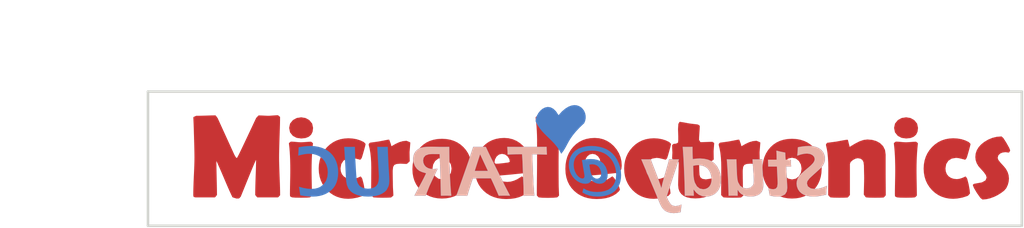
<source format=kicad_pcb>
(kicad_pcb (version 4) (host pcbnew 4.0.7)

  (general
    (links 0)
    (no_connects 0)
    (area 126.674999 99.174999 178.825001 107.325001)
    (thickness 1.6)
    (drawings 6)
    (tracks 0)
    (zones 0)
    (modules 3)
    (nets 1)
  )

  (page A4)
  (layers
    (0 F.Cu signal)
    (31 B.Cu signal)
    (32 B.Adhes user hide)
    (33 F.Adhes user hide)
    (34 B.Paste user hide)
    (35 F.Paste user hide)
    (36 B.SilkS user hide)
    (37 F.SilkS user hide)
    (38 B.Mask user)
    (39 F.Mask user)
    (40 Dwgs.User user hide)
    (41 Cmts.User user hide)
    (42 Eco1.User user)
    (43 Eco2.User user hide)
    (44 Edge.Cuts user)
    (45 Margin user hide)
    (46 B.CrtYd user hide)
    (47 F.CrtYd user hide)
    (48 B.Fab user)
    (49 F.Fab user hide)
  )

  (setup
    (last_trace_width 0.25)
    (trace_clearance 0.2)
    (zone_clearance 0.508)
    (zone_45_only no)
    (trace_min 0.2)
    (segment_width 0.2)
    (edge_width 0.15)
    (via_size 0.6)
    (via_drill 0.4)
    (via_min_size 0.4)
    (via_min_drill 0.3)
    (uvia_size 0.3)
    (uvia_drill 0.1)
    (uvias_allowed no)
    (uvia_min_size 0.2)
    (uvia_min_drill 0.1)
    (pcb_text_width 0.3)
    (pcb_text_size 1.5 1.5)
    (mod_edge_width 0.15)
    (mod_text_size 1 1)
    (mod_text_width 0.15)
    (pad_size 1.5 1.5)
    (pad_drill 1.5)
    (pad_to_mask_clearance 0.2)
    (aux_axis_origin 126.75 99.25)
    (grid_origin 126.75 99.25)
    (visible_elements 7FFFFF7F)
    (pcbplotparams
      (layerselection 0x010ff_80000001)
      (usegerberextensions true)
      (usegerberattributes true)
      (excludeedgelayer true)
      (linewidth 0.100000)
      (plotframeref false)
      (viasonmask false)
      (mode 1)
      (useauxorigin true)
      (hpglpennumber 1)
      (hpglpenspeed 20)
      (hpglpendiameter 15)
      (hpglpenoverlay 2)
      (psnegative false)
      (psa4output false)
      (plotreference true)
      (plotvalue false)
      (plotinvisibletext false)
      (padsonsilk false)
      (subtractmaskfromsilk false)
      (outputformat 1)
      (mirror false)
      (drillshape 0)
      (scaleselection 1)
      (outputdirectory ME_BOLD/))
  )

  (net 0 "")

  (net_class Default "This is the default net class."
    (clearance 0.2)
    (trace_width 0.25)
    (via_dia 0.6)
    (via_drill 0.4)
    (uvia_dia 0.3)
    (uvia_drill 0.1)
  )

  (module ME_BOLD:ME_Bold (layer F.Cu) (tedit 5A17E206) (tstamp 5A1BEA7F)
    (at 153.75 103.17)
    (descr "Imported from ME_Bold.svg")
    (tags svg2mod)
    (attr smd)
    (fp_text reference svg2mod (at 0 -5.52483) (layer F.SilkS) hide
      (effects (font (thickness 0.3048)))
    )
    (fp_text value G*** (at 0 5.52483) (layer F.SilkS) hide
      (effects (font (thickness 0.3048)))
    )
    (fp_poly (pts (xy -19.174157 2.244452) (xy -19.273239 2.350374) (xy -20.482728 2.350374) (xy -20.58181 2.230792)
      (xy -20.580316 2.036681) (xy -20.575832 1.799438) (xy -20.568359 1.51906) (xy -20.557898 1.19555)
      (xy -20.545941 0.872035) (xy -20.5374 0.591657) (xy -20.532276 0.354414) (xy -20.530568 0.160307)
      (xy -20.561315 0.054395) (xy -20.591655 0.103186) (xy -20.652607 0.233155) (xy -20.744173 0.444303)
      (xy -20.866353 0.736628) (xy -21.019145 1.110132) (xy -21.117544 1.353261) (xy -21.215943 1.596116)
      (xy -21.314342 1.838696) (xy -21.412742 2.081002) (xy -21.511141 2.323034) (xy -21.596558 2.415258)
      (xy -21.733223 2.419109) (xy -21.945055 2.350759) (xy -22.023501 2.186759) (xy -22.11124 1.995426)
      (xy -22.208273 1.77676) (xy -22.314599 1.530761) (xy -22.430218 1.25743) (xy -22.55226 0.970845)
      (xy -22.661455 0.717879) (xy -22.757804 0.498532) (xy -22.841307 0.312803) (xy -22.911963 0.160693)
      (xy -22.942711 0.123149) (xy -22.966623 0.222226) (xy -22.965555 0.41057) (xy -22.962352 0.640767)
      (xy -22.957012 0.912817) (xy -22.949536 1.226721) (xy -22.942065 1.540624) (xy -22.936728 1.812674)
      (xy -22.933526 2.042871) (xy -22.932458 2.231215) (xy -23.028128 2.350798) (xy -24.169284 2.350798)
      (xy -24.254701 2.330293) (xy -24.268371 2.251739) (xy -24.266236 2.042259) (xy -24.25983 1.786225)
      (xy -24.249153 1.483638) (xy -24.234206 1.134497) (xy -24.217764 0.783866) (xy -24.206019 0.480214)
      (xy -24.198973 0.223541) (xy -24.196624 0.013847) (xy -24.197573 -0.137529) (xy -24.20042 -0.327437)
      (xy -24.205165 -0.555878) (xy -24.211808 -0.822851) (xy -24.220349 -1.128357) (xy -24.230789 -1.472394)
      (xy -24.235703 -1.692198) (xy -24.245952 -1.973499) (xy -24.261536 -2.316297) (xy -24.264906 -2.374346)
      (xy -24.121408 -2.442695) (xy -23.886514 -2.445246) (xy -23.557662 -2.452899) (xy -23.228811 -2.463152)
      (xy -22.993917 -2.466569) (xy -22.888002 -2.323064) (xy -21.890344 -0.133007) (xy -21.79297 0.033558)
      (xy -21.712679 0.08908) (xy -21.653742 0.025017) (xy -21.552096 -0.167172) (xy -21.47132 -0.3356)
      (xy -21.382361 -0.521997) (xy -21.285219 -0.726362) (xy -21.179894 -0.948696) (xy -21.066386 -1.188999)
      (xy -20.944694 -1.447271) (xy -20.81482 -1.723512) (xy -20.676763 -2.017721) (xy -20.530522 -2.329899)
      (xy -20.404107 -2.463152) (xy -20.280254 -2.460601) (xy -20.106859 -2.452947) (xy -19.930049 -2.445294)
      (xy -19.802779 -2.442743) (xy -19.543114 -2.459782) (xy -19.280034 -2.476822) (xy -19.177535 -2.394802)
      (xy -19.178765 -2.21755) (xy -19.182454 -2.008317) (xy -19.188604 -1.767104) (xy -19.197213 -1.49391)
      (xy -19.208282 -1.188735) (xy -19.218121 -0.88479) (xy -19.225774 -0.612552) (xy -19.23124 -0.37202)
      (xy -19.234519 -0.163195) (xy -19.235612 0.013924) (xy -19.233691 0.223405) (xy -19.227926 0.479439)
      (xy -19.218317 0.782026) (xy -19.204865 1.131166) (xy -19.191413 1.480089) (xy -19.181804 1.782033)
      (xy -19.176039 2.036997) (xy -19.174117 2.244981) (xy -19.174157 2.244452)) (layer F.Mask) (width 0.074671))
    (fp_poly (pts (xy -17.213011 -1.756429) (xy -17.301923 -0.895411) (xy -17.219904 -0.827061) (xy -17.226643 -0.762177)
      (xy -17.249616 -0.53421) (xy -17.268412 -0.294474) (xy -17.283031 -0.042972) (xy -17.293473 0.220299)
      (xy -17.299738 0.495337) (xy -17.301827 0.782142) (xy -17.301865 0.782132) (xy -17.300732 0.975744)
      (xy -17.29733 1.224022) (xy -17.291661 1.526967) (xy -17.285992 1.827628) (xy -17.282591 2.073625)
      (xy -17.281457 2.264957) (xy -17.366845 2.350345) (xy -17.555612 2.365724) (xy -17.889583 2.37085)
      (xy -18.226125 2.365724) (xy -18.41575 2.350345) (xy -18.508002 2.305966) (xy -18.514837 2.203462)
      (xy -18.513698 2.020102) (xy -18.51028 1.784355) (xy -18.504585 1.496219) (xy -18.498889 1.205805)
      (xy -18.495471 0.967779) (xy -18.494332 0.782142) (xy -18.49642 0.469711) (xy -18.502684 0.179298)
      (xy -18.513123 -0.089098) (xy -18.527739 -0.335475) (xy -18.54653 -0.559835) (xy -18.569497 -0.762177)
      (xy -18.576332 -0.833896) (xy -18.48408 -0.902245) (xy -18.363641 -0.897119) (xy -18.193665 -0.881741)
      (xy -18.020273 -0.866362) (xy -17.896418 -0.861236) (xy -17.772568 -0.86552) (xy -17.599175 -0.878371)
      (xy -17.42578 -0.891151) (xy -17.301923 -0.895411) (xy -17.213011 -1.756429) (xy -17.239798 -1.542411)
      (xy -17.320157 -1.375953) (xy -17.454089 -1.257054) (xy -17.641594 -1.185714) (xy -17.882671 -1.161934)
      (xy -18.144895 -1.199517) (xy -18.357581 -1.312264) (xy -18.511329 -1.505306) (xy -18.562578 -1.756429)
      (xy -18.50962 -1.999009) (xy -18.350747 -2.193759) (xy -18.136354 -2.311633) (xy -17.882671 -2.350924)
      (xy -17.634106 -2.310778) (xy -17.421419 -2.190342) (xy -17.265113 -1.996446) (xy -17.213011 -1.756429)) (layer F.Mask) (width 0.074671))
    (fp_poly (pts (xy -14.377197 0.10223) (xy -14.585615 0.04755) (xy -14.768406 0.006541) (xy -14.913615 -0.007129)
      (xy -15.186942 0.038997) (xy -15.39877 0.177376) (xy -15.534585 0.389203) (xy -15.579857 0.662531)
      (xy -15.557839 0.857279) (xy -15.491784 1.022418) (xy -15.381692 1.157948) (xy -15.236295 1.256648)
      (xy -15.064324 1.315868) (xy -14.86578 1.335608) (xy -14.706052 1.316812) (xy -14.527527 1.260424)
      (xy -14.349867 1.18187) (xy -14.28326 1.290348) (xy -14.199537 1.615782) (xy -14.140622 1.945489)
      (xy -14.120984 2.141947) (xy -14.226899 2.262384) (xy -14.544644 2.364025) (xy -14.841039 2.417814)
      (xy -15.074226 2.435743) (xy -15.317471 2.421697) (xy -15.5461 2.379558) (xy -15.760114 2.309326)
      (xy -15.959511 2.211001) (xy -16.144293 2.084584) (xy -16.314458 1.930074) (xy -16.463747 1.754592)
      (xy -16.585893 1.565254) (xy -16.680895 1.36206) (xy -16.748753 1.145009) (xy -16.789469 0.914101)
      (xy -16.80304 0.669337) (xy -16.789469 0.426566) (xy -16.748753 0.197082) (xy -16.680895 -0.019114)
      (xy -16.585893 -0.222024) (xy -16.463747 -0.411647) (xy -16.314458 -0.587983) (xy -16.143343 -0.744579)
      (xy -15.957992 -0.872702) (xy -15.758405 -0.972354) (xy -15.544582 -1.043534) (xy -15.316522 -1.086242)
      (xy -15.074226 -1.100478) (xy -14.82737 -1.086812) (xy -14.595891 -1.045813) (xy -14.379788 -0.977482)
      (xy -14.179061 -0.881818) (xy -14.090207 -0.789594) (xy -14.115833 -0.666614) (xy -14.192712 -0.386429)
      (xy -14.272161 -0.109684) (xy -14.319129 0.030396) (xy -14.377178 0.102114) (xy -14.377197 0.10223)) (layer F.Mask) (width 0.074671))
    (fp_poly (pts (xy -11.462811 0.221803) (xy -11.609723 0.355055) (xy -11.801053 0.348316) (xy -11.985558 0.338112)
      (xy -12.223864 0.360326) (xy -12.371635 0.426966) (xy -12.448507 0.56108) (xy -12.474131 0.785713)
      (xy -12.473168 0.97107) (xy -12.47028 1.233296) (xy -12.465226 1.492958) (xy -12.463541 1.677461)
      (xy -12.460124 1.80131) (xy -12.449871 1.974703) (xy -12.439619 2.144681) (xy -12.436201 2.26512)
      (xy -12.548949 2.357344) (xy -12.756512 2.367596) (xy -13.051201 2.371014) (xy -13.34332 2.365888)
      (xy -13.570531 2.350509) (xy -13.683278 2.237761) (xy -13.682851 2.02555) (xy -13.681567 1.753356)
      (xy -13.679428 1.421179) (xy -13.677288 1.087109) (xy -13.676005 0.81378) (xy -13.675577 0.60119)
      (xy -13.681454 0.291368) (xy -13.699083 0.004233) (xy -13.728466 -0.260215) (xy -13.769601 -0.501977)
      (xy -13.82249 -0.721052) (xy -13.829228 -0.772266) (xy -13.778014 -0.840616) (xy -13.546539 -0.869664)
      (xy -13.227937 -0.9158) (xy -12.926136 -0.97464) (xy -12.740498 -1.009944) (xy -12.671025 -1.021712)
      (xy -12.592471 -0.80647) (xy -12.530957 -0.591218) (xy -12.484838 -0.635633) (xy -12.250792 -0.768878)
      (xy -12.034783 -0.869482) (xy -11.824091 -0.929844) (xy -11.618715 -0.949965) (xy -11.427385 -0.867946)
      (xy -11.447889 -0.587781) (xy -11.47186 -0.307616) (xy -11.468009 -0.044538) (xy -11.46127 0.221957)
      (xy -11.462811 0.221803)) (layer F.Mask) (width 0.074671))
    (fp_poly (pts (xy -7.776259 0.669385) (xy -8.896919 0.669385) (xy -8.938771 0.415701) (xy -9.064327 0.194473)
      (xy -9.256513 0.03816) (xy -9.498239 -0.013945) (xy -9.744241 0.039014) (xy -9.942404 0.19789)
      (xy -10.065404 0.414846) (xy -10.106404 0.669385) (xy -10.065404 0.926487) (xy -9.942404 1.144297)
      (xy -9.744241 1.303173) (xy -9.498239 1.356132) (xy -9.254805 1.303173) (xy -9.057492 1.144297)
      (xy -8.937062 0.926487) (xy -8.896919 0.669385) (xy -7.776259 0.669385) (xy -7.789546 0.920889)
      (xy -7.829407 1.156068) (xy -7.895842 1.374923) (xy -7.98885 1.577453) (xy -8.108433 1.763659)
      (xy -8.254589 1.933539) (xy -8.421245 2.081784) (xy -8.604604 2.203075) (xy -8.804667 2.297413)
      (xy -9.021432 2.364797) (xy -9.254902 2.405227) (xy -9.505074 2.418704) (xy -9.748225 2.405417)
      (xy -9.97657 2.365556) (xy -10.19011 2.299122) (xy -10.388845 2.206113) (xy -10.572774 2.086531)
      (xy -10.741899 1.940374) (xy -10.890143 1.773339) (xy -11.011434 1.591118) (xy -11.105772 1.393712)
      (xy -11.173156 1.181121) (xy -11.213586 0.953346) (xy -11.227063 0.710385) (xy -11.214156 0.454517)
      (xy -11.175433 0.215353) (xy -11.110896 -0.007107) (xy -11.020543 -0.212864) (xy -10.904376 -0.401916)
      (xy -10.762394 -0.574265) (xy -10.598396 -0.725642) (xy -10.416176 -0.849497) (xy -10.215734 -0.945828)
      (xy -9.997069 -1.014636) (xy -9.760183 -1.055921) (xy -9.505074 -1.069682) (xy -9.255851 -1.056205)
      (xy -9.022951 -1.015775) (xy -8.806375 -0.948391) (xy -8.606123 -0.854053) (xy -8.422194 -0.732762)
      (xy -8.254589 -0.584517) (xy -8.108433 -0.415868) (xy -7.98885 -0.231085) (xy -7.895842 -0.030168)
      (xy -7.829407 0.186882) (xy -7.789546 0.420067) (xy -7.776259 0.669385)) (layer F.Mask) (width 0.074671))
    (fp_poly (pts (xy -4.229786 0.495142) (xy -5.425581 0.286744) (xy -5.463164 0.087722) (xy -5.575912 -0.085673)
      (xy -5.740768 -0.20611) (xy -5.934659 -0.246256) (xy -6.131117 -0.200984) (xy -6.289989 -0.065168)
      (xy -6.387365 0.116768) (xy -6.419824 0.327744) (xy -6.324135 0.419968) (xy -6.124454 0.411239)
      (xy -5.862512 0.385055) (xy -5.53831 0.341414) (xy -5.425562 0.286734) (xy -5.425581 0.286744)
      (xy -4.229786 0.495142) (xy -4.254462 0.692167) (xy -4.328491 0.823138) (xy -4.451873 0.888055)
      (xy -4.547142 0.899403) (xy -4.782889 0.924465) (xy -5.159115 0.963239) (xy -5.336234 0.981677)
      (xy -5.54506 1.001487) (xy -5.785592 1.022669) (xy -6.05783 1.045224) (xy -6.361775 1.069151)
      (xy -6.265248 1.264753) (xy -6.071358 1.407404) (xy -5.859525 1.47917) (xy -5.620358 1.503093)
      (xy -5.41726 1.48487) (xy -5.213402 1.430204) (xy -5.008785 1.339093) (xy -4.87895 1.257083)
      (xy -4.749116 1.175093) (xy -4.653465 1.279306) (xy -4.509951 1.523597) (xy -4.381832 1.780699)
      (xy -4.339126 1.923345) (xy -4.390339 2.001898) (xy -4.542097 2.138657) (xy -4.719478 2.25055)
      (xy -4.922485 2.337578) (xy -5.151116 2.399741) (xy -5.405371 2.437038) (xy -5.685251 2.449471)
      (xy -5.947571 2.436279) (xy -6.192429 2.396703) (xy -6.419824 2.330743) (xy -6.629756 2.238399)
      (xy -6.822225 2.119671) (xy -6.997231 1.974559) (xy -7.15383 1.80496) (xy -7.281956 1.61733)
      (xy -7.381609 1.411668) (xy -7.452791 1.187974) (xy -7.495499 0.946249) (xy -7.509736 0.686491)
      (xy -7.497018 0.432427) (xy -7.458865 0.194116) (xy -7.395277 -0.02844) (xy -7.306253 -0.235243)
      (xy -7.191795 -0.426291) (xy -7.051901 -0.601585) (xy -6.886194 -0.76027) (xy -6.703405 -0.890102)
      (xy -6.503532 -0.991083) (xy -6.286577 -1.063212) (xy -6.052538 -1.106489) (xy -5.801416 -1.120915)
      (xy -5.546943 -1.101782) (xy -5.308324 -1.044382) (xy -5.08556 -0.948716) (xy -4.878649 -0.814784)
      (xy -4.687592 -0.642585) (xy -4.522771 -0.44401) (xy -4.394577 -0.230948) (xy -4.30301 -0.003398)
      (xy -4.24807 0.238638) (xy -4.229757 0.495161) (xy -4.229786 0.495142)) (layer F.Mask) (width 0.074671))
    (fp_poly (pts (xy -2.603466 0.29356) (xy -2.603279 0.592419) (xy -2.602718 0.867173) (xy -2.601782 1.117821)
      (xy -2.600471 1.344364) (xy -2.598787 1.546801) (xy -2.596728 1.725132) (xy -2.586523 1.995044)
      (xy -2.576319 2.264957) (xy -2.661708 2.350345) (xy -2.876955 2.37085) (xy -3.215203 2.377685)
      (xy -3.550889 2.37085) (xy -3.73795 2.350345) (xy -3.823338 2.258122) (xy -3.823338 2.111209)
      (xy -3.822917 1.940375) (xy -3.821654 1.731959) (xy -3.819548 1.485963) (xy -3.8166 1.202385)
      (xy -3.813651 0.917521) (xy -3.811546 0.671096) (xy -3.810282 0.463109) (xy -3.809861 0.29356)
      (xy -3.809754 -0.141398) (xy -3.809433 -0.48961) (xy -3.808898 -0.751078) (xy -3.80815 -0.925801)
      (xy -3.807187 -1.013779) (xy -3.80601 -1.015012) (xy -3.812691 -1.308706) (xy -3.824571 -1.585727)
      (xy -3.841648 -1.846075) (xy -3.863924 -2.089749) (xy -3.891399 -2.316749) (xy -3.898138 -2.374798)
      (xy -3.809283 -2.449982) (xy -2.589546 -2.449982) (xy -2.510993 -2.378264) (xy -2.514843 -2.316749)
      (xy -2.531726 -2.02497) (xy -2.546831 -1.740023) (xy -2.560159 -1.46191) (xy -2.57171 -1.19063)
      (xy -2.581484 -0.926182) (xy -2.589481 -0.668568) (xy -2.595701 -0.417786) (xy -2.600143 -0.173838)
      (xy -2.602809 0.063277) (xy -2.603697 0.29356) (xy -2.603466 0.29356)) (layer F.Mask) (width 0.074671))
    (fp_poly (pts (xy 1.154832 0.495142) (xy -0.040954 0.286744) (xy -0.078536 0.087722) (xy -0.191284 -0.085673)
      (xy -0.356135 -0.20611) (xy -0.550031 -0.246256) (xy -0.74649 -0.200984) (xy -0.905361 -0.065168)
      (xy -1.002737 0.116768) (xy -1.035196 0.327744) (xy -0.939507 0.419968) (xy -0.739826 0.411239)
      (xy -0.477884 0.385055) (xy -0.153682 0.341414) (xy -0.040934 0.286734) (xy -0.040954 0.286744)
      (xy 1.154832 0.495142) (xy 1.130156 0.692167) (xy 1.056127 0.823138) (xy 0.932745 0.888055)
      (xy 0.837477 0.899403) (xy 0.601729 0.924465) (xy 0.225503 0.963239) (xy 0.048384 0.981677)
      (xy -0.16044 1.001487) (xy -0.40097 1.022669) (xy -0.673206 1.045224) (xy -0.977147 1.069151)
      (xy -0.880623 1.264753) (xy -0.686739 1.407404) (xy -0.474907 1.47917) (xy -0.23574 1.503093)
      (xy -0.032642 1.48487) (xy 0.171216 1.430204) (xy 0.375833 1.339093) (xy 0.505668 1.257083)
      (xy 0.635503 1.175093) (xy 0.731153 1.279306) (xy 0.874668 1.523597) (xy 1.002794 1.780699)
      (xy 1.045502 1.923345) (xy 0.994289 2.001898) (xy 0.842532 2.138657) (xy 0.665151 2.25055)
      (xy 0.462146 2.337578) (xy 0.233517 2.399741) (xy -0.020737 2.437038) (xy -0.300614 2.449471)
      (xy -0.562937 2.436279) (xy -0.807797 2.396703) (xy -1.035193 2.330743) (xy -1.245127 2.238399)
      (xy -1.437597 2.119671) (xy -1.612603 1.974559) (xy -1.769199 1.80496) (xy -1.897323 1.61733)
      (xy -1.996974 1.411668) (xy -2.068154 1.187974) (xy -2.110862 0.946249) (xy -2.125098 0.686491)
      (xy -2.112381 0.432427) (xy -2.074229 0.194116) (xy -2.010642 -0.02844) (xy -1.92162 -0.235243)
      (xy -1.807164 -0.426291) (xy -1.667273 -0.601585) (xy -1.501567 -0.76027) (xy -1.318777 -0.890102)
      (xy -1.118904 -0.991083) (xy -0.901949 -1.063212) (xy -0.66791 -1.106489) (xy -0.416788 -1.120915)
      (xy -0.162315 -1.101782) (xy 0.076303 -1.044382) (xy 0.299068 -0.948716) (xy 0.505979 -0.814784)
      (xy 0.697036 -0.642585) (xy 0.861857 -0.44401) (xy 0.99005 -0.230948) (xy 1.081617 -0.003398)
      (xy 1.136558 0.238638) (xy 1.154871 0.495161) (xy 1.154832 0.495142)) (layer F.Mask) (width 0.074671))
    (fp_poly (pts (xy 3.799307 0.10223) (xy 3.590889 0.04755) (xy 3.408098 0.006541) (xy 3.26289 -0.007129)
      (xy 2.989562 0.038997) (xy 2.777734 0.177376) (xy 2.641919 0.389203) (xy 2.596647 0.662531)
      (xy 2.618665 0.857279) (xy 2.68472 1.022418) (xy 2.794812 1.157948) (xy 2.940209 1.256648)
      (xy 3.11218 1.315868) (xy 3.310724 1.335608) (xy 3.470452 1.316812) (xy 3.648977 1.260424)
      (xy 3.826637 1.18187) (xy 3.893244 1.290348) (xy 3.976967 1.615782) (xy 4.035882 1.945489)
      (xy 4.05552 2.141947) (xy 3.949605 2.262384) (xy 3.63186 2.364025) (xy 3.335465 2.417814)
      (xy 3.102278 2.435743) (xy 2.859033 2.421697) (xy 2.630404 2.379558) (xy 2.41639 2.309326)
      (xy 2.216993 2.211001) (xy 2.032211 2.084584) (xy 1.862046 1.930074) (xy 1.712757 1.754592)
      (xy 1.590611 1.565254) (xy 1.495609 1.36206) (xy 1.427751 1.145009) (xy 1.387035 0.914101)
      (xy 1.373464 0.669337) (xy 1.387035 0.426566) (xy 1.427751 0.197082) (xy 1.495609 -0.019114)
      (xy 1.590611 -0.222024) (xy 1.712757 -0.411647) (xy 1.862046 -0.587983) (xy 2.033161 -0.744579)
      (xy 2.218512 -0.872702) (xy 2.418099 -0.972354) (xy 2.631922 -1.043534) (xy 2.859982 -1.086242)
      (xy 3.102278 -1.100478) (xy 3.349134 -1.086812) (xy 3.580613 -1.045813) (xy 3.796716 -0.977482)
      (xy 3.997443 -0.881818) (xy 4.086297 -0.789594) (xy 4.060671 -0.666614) (xy 3.983792 -0.386429)
      (xy 3.904343 -0.109684) (xy 3.857375 0.030396) (xy 3.799326 0.102114) (xy 3.799307 0.10223)) (layer F.Mask) (width 0.074671))
    (fp_poly (pts (xy 6.734198 1.349297) (xy 6.727363 1.478273) (xy 6.706858 1.66021) (xy 6.688881 1.841292)
      (xy 6.682888 1.967705) (xy 6.662383 2.090704) (xy 6.549636 2.169258) (xy 6.323283 2.275388)
      (xy 6.084971 2.351195) (xy 5.8347 2.396679) (xy 5.572471 2.41184) (xy 5.310506 2.396431)
      (xy 5.088843 2.350201) (xy 4.907483 2.273153) (xy 4.766425 2.165285) (xy 4.665669 2.026597)
      (xy 4.605215 1.85709) (xy 4.585064 1.656763) (xy 4.586957 1.481377) (xy 4.592637 1.255879)
      (xy 4.602103 0.980268) (xy 4.611569 0.702765) (xy 4.617249 0.476131) (xy 4.619142 0.300366)
      (xy 4.575582 0.187611) (xy 4.4449 0.150026) (xy 4.400521 0.150026) (xy 4.356142 0.153877)
      (xy 4.226307 0.061653) (xy 4.233046 -0.105764) (xy 4.24325 -0.273181) (xy 4.233046 -0.491841)
      (xy 4.226307 -0.710511) (xy 4.280974 -0.763482) (xy 4.444977 -0.785695) (xy 4.578219 -0.854045)
      (xy 4.591889 -1.021462) (xy 4.591889 -1.264045) (xy 4.581637 -1.589479) (xy 4.578219 -1.684287)
      (xy 4.597016 -1.981534) (xy 4.653404 -2.080617) (xy 4.916491 -2.039607) (xy 5.186403 -1.988393)
      (xy 5.405071 -1.960187) (xy 5.712568 -1.92351) (xy 5.797957 -1.865461) (xy 5.791964 -1.693772)
      (xy 5.773986 -1.452044) (xy 5.758608 -1.209464) (xy 5.753481 -1.035219) (xy 5.852559 -0.867801)
      (xy 6.002892 -0.870352) (xy 6.214724 -0.878006) (xy 6.427411 -0.885659) (xy 6.580306 -0.88821)
      (xy 6.655491 -0.836996) (xy 6.638355 -0.601249) (xy 6.621316 -0.365501) (xy 6.625167 -0.126336)
      (xy 6.629017 0.112829) (xy 6.52993 0.184547) (xy 6.301017 0.180697) (xy 6.072105 0.173958)
      (xy 5.815853 0.173958) (xy 5.764639 0.324288) (xy 5.764639 0.56687) (xy 5.768489 0.809453)
      (xy 5.78471 1.05203) (xy 5.833373 1.205783) (xy 5.970026 1.315967) (xy 6.195538 1.352695)
      (xy 6.438111 1.315151) (xy 6.663615 1.274142) (xy 6.735334 1.349326) (xy 6.734198 1.349297)) (layer F.Mask) (width 0.074671))
    (fp_poly (pts (xy 9.365002 0.221803) (xy 9.21809 0.355055) (xy 9.02676 0.348316) (xy 8.842265 0.338112)
      (xy 8.603952 0.360326) (xy 8.456178 0.426966) (xy 8.379306 0.56108) (xy 8.353683 0.785713)
      (xy 8.354645 0.97107) (xy 8.357533 1.233296) (xy 8.362587 1.492958) (xy 8.364272 1.677461)
      (xy 8.367689 1.80131) (xy 8.377942 1.974703) (xy 8.388194 2.144681) (xy 8.391612 2.26512)
      (xy 8.278864 2.357344) (xy 8.071301 2.367596) (xy 7.776612 2.371014) (xy 7.484496 2.365888)
      (xy 7.257292 2.350509) (xy 7.144535 2.237761) (xy 7.144963 2.02555) (xy 7.146246 1.753356)
      (xy 7.148385 1.421179) (xy 7.150525 1.087109) (xy 7.151808 0.81378) (xy 7.152236 0.60119)
      (xy 7.14636 0.291368) (xy 7.12873 0.004233) (xy 7.099348 -0.260215) (xy 7.058212 -0.501977)
      (xy 7.005324 -0.721052) (xy 6.998585 -0.772266) (xy 7.049799 -0.840616) (xy 7.281274 -0.869664)
      (xy 7.599876 -0.9158) (xy 7.901677 -0.97464) (xy 8.087315 -1.009944) (xy 8.156788 -1.021712)
      (xy 8.235342 -0.80647) (xy 8.296856 -0.591218) (xy 8.342975 -0.635633) (xy 8.577021 -0.768878)
      (xy 8.79303 -0.869482) (xy 9.003722 -0.929844) (xy 9.209099 -0.949965) (xy 9.400438 -0.867946)
      (xy 9.379933 -0.587781) (xy 9.356059 -0.307616) (xy 9.35991 -0.044538) (xy 9.366649 0.221957)
      (xy 9.365002 0.221803)) (layer F.Mask) (width 0.074671))
    (fp_poly (pts (xy 13.051554 0.669385) (xy 11.930894 0.669385) (xy 11.889042 0.415701) (xy 11.763486 0.194473)
      (xy 11.5713 0.03816) (xy 11.329574 -0.013945) (xy 11.083572 0.039014) (xy 10.885409 0.19789)
      (xy 10.762409 0.414846) (xy 10.721409 0.669385) (xy 10.762409 0.926487) (xy 10.885409 1.144297)
      (xy 11.083572 1.303173) (xy 11.329574 1.356132) (xy 11.573008 1.303173) (xy 11.770321 1.144297)
      (xy 11.890751 0.926487) (xy 11.930894 0.669385) (xy 13.051554 0.669385) (xy 13.038267 0.920889)
      (xy 12.998406 1.156068) (xy 12.931971 1.374923) (xy 12.838963 1.577453) (xy 12.71938 1.763659)
      (xy 12.573224 1.933539) (xy 12.406568 2.081784) (xy 12.223209 2.203075) (xy 12.023147 2.297413)
      (xy 11.806381 2.364797) (xy 11.572912 2.405227) (xy 11.322739 2.418704) (xy 11.079589 2.405417)
      (xy 10.851243 2.365556) (xy 10.637703 2.299122) (xy 10.438968 2.206113) (xy 10.255039 2.086531)
      (xy 10.085915 1.940374) (xy 9.93767 1.773339) (xy 9.816379 1.591118) (xy 9.722041 1.393712)
      (xy 9.654657 1.181121) (xy 9.614227 0.953346) (xy 9.60075 0.710385) (xy 9.613657 0.454517)
      (xy 9.65238 0.215353) (xy 9.716917 -0.007107) (xy 9.80727 -0.212864) (xy 9.923437 -0.401916)
      (xy 10.065419 -0.574265) (xy 10.229417 -0.725642) (xy 10.411637 -0.849497) (xy 10.612079 -0.945828)
      (xy 10.830744 -1.014636) (xy 11.06763 -1.055921) (xy 11.322739 -1.069682) (xy 11.571962 -1.056205)
      (xy 11.804862 -1.015775) (xy 12.021438 -0.948391) (xy 12.22169 -0.854053) (xy 12.405619 -0.732762)
      (xy 12.573224 -0.584517) (xy 12.71938 -0.415868) (xy 12.838963 -0.231085) (xy 12.931971 -0.030168)
      (xy 12.998406 0.186882) (xy 13.038267 0.420067) (xy 13.051554 0.669385)) (layer F.Mask) (width 0.074671))
    (fp_poly (pts (xy 16.864522 2.251287) (xy 16.768833 2.357209) (xy 16.59628 2.367461) (xy 16.269999 2.370879)
      (xy 15.921504 2.365753) (xy 15.737009 2.350374) (xy 15.634504 2.210287) (xy 15.637079 2.008707)
      (xy 15.644804 1.725132) (xy 15.652458 1.440695) (xy 15.655009 1.23655) (xy 15.653324 1.079382)
      (xy 15.64827 0.860715) (xy 15.643216 0.639492) (xy 15.641531 0.481472) (xy 15.61612 0.276688)
      (xy 15.539886 0.130414) (xy 15.412829 0.04265) (xy 15.234949 0.013395) (xy 15.0906 0.042436)
      (xy 14.924037 0.12956) (xy 14.780539 0.258538) (xy 14.732707 0.385803) (xy 14.732707 2.230792)
      (xy 14.626794 2.357209) (xy 14.444857 2.367461) (xy 14.138212 2.370879) (xy 13.808506 2.365753)
      (xy 13.618882 2.350374) (xy 13.512969 2.237627) (xy 13.513397 2.029968) (xy 13.514681 1.76233)
      (xy 13.51682 1.434714) (xy 13.518959 1.106715) (xy 13.520243 0.837938) (xy 13.520671 0.628385)
      (xy 13.515341 0.302713) (xy 13.49935 0.006287) (xy 13.4727 -0.260894) (xy 13.435389 -0.498828)
      (xy 13.387419 -0.707517) (xy 13.38068 -0.758731) (xy 13.431894 -0.833915) (xy 13.591334 -0.85288)
      (xy 13.782664 -0.877941) (xy 14.005884 -0.9091) (xy 14.315283 -0.96794) (xy 14.519143 -1.003244)
      (xy 14.617466 -1.015012) (xy 14.675515 -0.782682) (xy 14.733563 -0.55377) (xy 14.806187 -0.612707)
      (xy 15.099146 -0.789517) (xy 15.358807 -0.922387) (xy 15.595693 -1.002108) (xy 15.809806 -1.028682)
      (xy 16.083135 -1.005904) (xy 16.324575 -0.937571) (xy 16.534126 -0.823682) (xy 16.714449 -0.646018)
      (xy 16.822643 -0.427355) (xy 16.858708 -0.167692) (xy 16.858708 0.92222) (xy 16.859136 1.094948)
      (xy 16.860419 1.317028) (xy 16.862559 1.588462) (xy 16.864698 1.857997) (xy 16.865981 2.078939)
      (xy 16.866409 2.251287) (xy 16.864522 2.251287)) (layer F.Mask) (width 0.074671))
    (fp_poly (pts (xy 18.784677 -1.756429) (xy 18.695832 -0.895411) (xy 18.777851 -0.827061) (xy 18.771113 -0.762177)
      (xy 18.74814 -0.53421) (xy 18.729344 -0.294474) (xy 18.714724 -0.042972) (xy 18.704282 0.220299)
      (xy 18.698017 0.495337) (xy 18.695928 0.782142) (xy 18.695822 0.782132) (xy 18.696956 0.975744)
      (xy 18.700358 1.224022) (xy 18.706027 1.526967) (xy 18.711696 1.827628) (xy 18.715097 2.073625)
      (xy 18.716231 2.264957) (xy 18.630842 2.350345) (xy 18.442073 2.365724) (xy 18.108095 2.37085)
      (xy 17.771554 2.365724) (xy 17.58193 2.350345) (xy 17.489707 2.305966) (xy 17.482968 2.203462)
      (xy 17.484102 2.020102) (xy 17.487504 1.784355) (xy 17.493173 1.496219) (xy 17.498842 1.205805)
      (xy 17.502243 0.967779) (xy 17.503377 0.782142) (xy 17.501288 0.469711) (xy 17.495023 0.179298)
      (xy 17.484581 -0.089098) (xy 17.469962 -0.335475) (xy 17.451166 -0.559835) (xy 17.428193 -0.762177)
      (xy 17.421454 -0.833896) (xy 17.513677 -0.902245) (xy 17.634126 -0.897119) (xy 17.804095 -0.881741)
      (xy 17.977488 -0.866362) (xy 18.101337 -0.861236) (xy 18.225194 -0.86552) (xy 18.398589 -0.878371)
      (xy 18.571983 -0.891151) (xy 18.695832 -0.895411) (xy 18.784677 -1.756429) (xy 18.75789 -1.542411)
      (xy 18.677531 -1.375953) (xy 18.543599 -1.257054) (xy 18.356094 -1.185714) (xy 18.115017 -1.161934)
      (xy 17.852789 -1.199517) (xy 17.640104 -1.312264) (xy 17.486354 -1.505306) (xy 17.435105 -1.756429)
      (xy 17.488061 -1.999009) (xy 17.64693 -2.193759) (xy 17.86133 -2.311633) (xy 18.115017 -2.350924)
      (xy 18.363575 -2.310778) (xy 18.576259 -2.190342) (xy 18.732572 -1.996446) (xy 18.784677 -1.756429)) (layer F.Mask) (width 0.074671))
    (fp_poly (pts (xy 21.620481 0.10223) (xy 21.412063 0.04755) (xy 21.229275 0.006541) (xy 21.084073 -0.007129)
      (xy 20.810739 0.038997) (xy 20.598909 0.177376) (xy 20.463093 0.389203) (xy 20.417821 0.662531)
      (xy 20.43984 0.857279) (xy 20.505895 1.022418) (xy 20.615986 1.157948) (xy 20.761383 1.256648)
      (xy 20.933354 1.315868) (xy 21.131899 1.335608) (xy 21.291631 1.316812) (xy 21.470151 1.260424)
      (xy 21.647811 1.18187) (xy 21.71442 1.290348) (xy 21.798151 1.615782) (xy 21.857066 1.945489)
      (xy 21.876704 2.141947) (xy 21.770787 2.262384) (xy 21.453035 2.364025) (xy 21.156646 2.417814)
      (xy 20.923462 2.435743) (xy 20.680216 2.421697) (xy 20.451586 2.379558) (xy 20.237572 2.309326)
      (xy 20.038172 2.211001) (xy 19.853388 2.084584) (xy 19.68322 1.930074) (xy 19.533931 1.754592)
      (xy 19.411785 1.565254) (xy 19.316783 1.36206) (xy 19.248925 1.145009) (xy 19.20821 0.914101)
      (xy 19.194638 0.669337) (xy 19.20821 0.426566) (xy 19.248925 0.197082) (xy 19.316783 -0.019114)
      (xy 19.411785 -0.222024) (xy 19.533931 -0.411647) (xy 19.68322 -0.587983) (xy 19.854338 -0.744579)
      (xy 20.039691 -0.872702) (xy 20.23928 -0.972354) (xy 20.453105 -1.043534) (xy 20.681166 -1.086242)
      (xy 20.923462 -1.100478) (xy 21.170313 -1.086812) (xy 21.401789 -1.045813) (xy 21.617891 -0.977482)
      (xy 21.818617 -0.881818) (xy 21.907471 -0.789594) (xy 21.881845 -0.666614) (xy 21.804966 -0.386429)
      (xy 21.72552 -0.109684) (xy 21.678558 0.030396) (xy 21.62051 0.102114) (xy 21.620481 0.10223)) (layer F.Mask) (width 0.074671))
    (fp_poly (pts (xy 24.268372 -0.413683) (xy 24.217159 -0.321459) (xy 24.025819 -0.345333) (xy 23.840467 -0.32312)
      (xy 23.687576 -0.256479) (xy 23.564576 -0.13263) (xy 23.523577 0.033929) (xy 23.56714 0.169742)
      (xy 23.697829 0.338016) (xy 23.910511 0.569491) (xy 24.022401 0.710423) (xy 24.119208 0.887711)
      (xy 24.177292 1.073349) (xy 24.196654 1.267336) (xy 24.179566 1.446712) (xy 24.128304 1.636335)
      (xy 24.039486 1.822539) (xy 23.93014 1.950665) (xy 23.752093 2.088848) (xy 23.555067 2.211847)
      (xy 23.339062 2.319665) (xy 23.101795 2.406979) (xy 22.877436 2.459367) (xy 22.665985 2.47683)
      (xy 22.554934 2.38458) (xy 22.35848 2.10783) (xy 22.18167 1.808017) (xy 22.122733 1.653413)
      (xy 22.160277 1.615869) (xy 22.400296 1.571466) (xy 22.642024 1.527015) (xy 22.867526 1.400586)
      (xy 22.942694 1.212675) (xy 22.899131 1.050387) (xy 22.768442 0.86418) (xy 22.53184 0.600249)
      (xy 22.443859 0.498608) (xy 22.347058 0.331571) (xy 22.288977 0.158461) (xy 22.269617 -0.020722)
      (xy 22.29039 -0.21957) (xy 22.352709 -0.406118) (xy 22.456575 -0.580367) (xy 22.601988 -0.742315)
      (xy 22.788946 -0.891964) (xy 23.025333 -1.030979) (xy 23.269834 -1.130275) (xy 23.52245 -1.189852)
      (xy 23.783179 -1.209712) (xy 23.877999 -1.117464) (xy 24.053101 -0.840721) (xy 24.214533 -0.551159)
      (xy 24.268344 -0.413634) (xy 24.268372 -0.413683)) (layer F.Mask) (width 0.074671))
    (fp_poly (pts (xy -19.174158 2.244443) (xy -19.27324 2.350366) (xy -20.482729 2.350366) (xy -20.581812 2.230783)
      (xy -20.580317 2.036673) (xy -20.575833 1.799429) (xy -20.568361 1.519052) (xy -20.557899 1.195541)
      (xy -20.545942 0.872027) (xy -20.537401 0.591648) (xy -20.532277 0.354406) (xy -20.530569 0.160299)
      (xy -20.561316 0.054386) (xy -20.591656 0.103177) (xy -20.652609 0.233147) (xy -20.744175 0.444294)
      (xy -20.866354 0.73662) (xy -21.019146 1.110124) (xy -21.117545 1.353253) (xy -21.215945 1.596107)
      (xy -21.314344 1.838688) (xy -21.412743 2.080994) (xy -21.511142 2.323026) (xy -21.596559 2.415249)
      (xy -21.733224 2.4191) (xy -21.945056 2.350751) (xy -22.023502 2.18675) (xy -22.111241 1.995417)
      (xy -22.208274 1.776752) (xy -22.3146 1.530753) (xy -22.430219 1.257421) (xy -22.552261 0.970837)
      (xy -22.661457 0.717871) (xy -22.757806 0.498523) (xy -22.841308 0.312794) (xy -22.911965 0.160684)
      (xy -22.942712 0.12314) (xy -22.966625 0.222218) (xy -22.965557 0.410562) (xy -22.962353 0.640759)
      (xy -22.957013 0.912809) (xy -22.949537 1.226712) (xy -22.942066 1.540616) (xy -22.936729 1.812666)
      (xy -22.933527 2.042863) (xy -22.93246 2.231207) (xy -23.02813 2.350789) (xy -24.169285 2.350789)
      (xy -24.254703 2.330284) (xy -24.268372 2.251731) (xy -24.266237 2.04225) (xy -24.259831 1.786217)
      (xy -24.249155 1.483629) (xy -24.234207 1.134489) (xy -24.217765 0.783857) (xy -24.206021 0.480205)
      (xy -24.198974 0.223532) (xy -24.196625 0.013839) (xy -24.197574 -0.137537) (xy -24.200421 -0.327446)
      (xy -24.205166 -0.555886) (xy -24.211809 -0.82286) (xy -24.220351 -1.128365) (xy -24.23079 -1.472403)
      (xy -24.235704 -1.692206) (xy -24.245953 -1.973507) (xy -24.261538 -2.316305) (xy -24.264907 -2.374354)
      (xy -24.121409 -2.442703) (xy -23.886515 -2.445255) (xy -23.557664 -2.452908) (xy -23.228812 -2.46316)
      (xy -22.993918 -2.466578) (xy -22.888003 -2.323073) (xy -21.890345 -0.133016) (xy -21.792971 0.03355)
      (xy -21.71268 0.089071) (xy -21.653743 0.025008) (xy -21.552098 -0.167181) (xy -21.471322 -0.335609)
      (xy -21.382363 -0.522005) (xy -21.28522 -0.72637) (xy -21.179895 -0.948705) (xy -21.066387 -1.189008)
      (xy -20.944696 -1.447279) (xy -20.814821 -1.72352) (xy -20.676764 -2.01773) (xy -20.530524 -2.329908)
      (xy -20.404108 -2.46316) (xy -20.280255 -2.460609) (xy -20.106861 -2.452956) (xy -19.93005 -2.445303)
      (xy -19.80278 -2.442752) (xy -19.543115 -2.459791) (xy -19.280035 -2.47683) (xy -19.177536 -2.394811)
      (xy -19.178766 -2.217558) (xy -19.182456 -2.008326) (xy -19.188605 -1.767112) (xy -19.197214 -1.493918)
      (xy -19.208284 -1.188744) (xy -19.218122 -0.884799) (xy -19.225775 -0.612561) (xy -19.231241 -0.372029)
      (xy -19.23452 -0.163203) (xy -19.235614 0.013916) (xy -19.233692 0.223396) (xy -19.227927 0.47943)
      (xy -19.218318 0.782017) (xy -19.204866 1.131158) (xy -19.191414 1.480081) (xy -19.181805 1.782024)
      (xy -19.17604 2.036988) (xy -19.174119 2.244973) (xy -19.174158 2.244443)) (layer F.Cu) (width 0.074671))
    (fp_poly (pts (xy -17.213013 -1.756438) (xy -17.301924 -0.895419) (xy -17.219905 -0.82707) (xy -17.226644 -0.762186)
      (xy -17.249617 -0.534218) (xy -17.268413 -0.294483) (xy -17.283032 -0.04298) (xy -17.293474 0.22029)
      (xy -17.29974 0.495328) (xy -17.301828 0.782134) (xy -17.301867 0.782124) (xy -17.300733 0.975735)
      (xy -17.297331 1.224014) (xy -17.291662 1.526958) (xy -17.285993 1.82762) (xy -17.282592 2.073616)
      (xy -17.281458 2.264948) (xy -17.366847 2.350337) (xy -17.555614 2.365715) (xy -17.889584 2.370842)
      (xy -18.226126 2.365715) (xy -18.415751 2.350337) (xy -18.508003 2.305958) (xy -18.514838 2.203453)
      (xy -18.513699 2.020094) (xy -18.510282 1.784347) (xy -18.504586 1.496211) (xy -18.49889 1.205797)
      (xy -18.495473 0.967771) (xy -18.494333 0.782134) (xy -18.496421 0.469703) (xy -18.502685 0.179289)
      (xy -18.513125 -0.089106) (xy -18.52774 -0.335484) (xy -18.546531 -0.559844) (xy -18.569498 -0.762186)
      (xy -18.576333 -0.833905) (xy -18.484081 -0.902254) (xy -18.363642 -0.897128) (xy -18.193667 -0.881749)
      (xy -18.020275 -0.866371) (xy -17.896419 -0.861244) (xy -17.77257 -0.865528) (xy -17.599177 -0.87838)
      (xy -17.425781 -0.891159) (xy -17.301924 -0.895419) (xy -17.213013 -1.756438) (xy -17.239799 -1.54242)
      (xy -17.320158 -1.375961) (xy -17.45409 -1.257062) (xy -17.641595 -1.185723) (xy -17.882672 -1.161943)
      (xy -18.144897 -1.199525) (xy -18.357582 -1.312273) (xy -18.51133 -1.505314) (xy -18.56258 -1.756438)
      (xy -18.509622 -1.999018) (xy -18.350748 -2.193768) (xy -18.136355 -2.311641) (xy -17.882672 -2.350932)
      (xy -17.634107 -2.310787) (xy -17.42142 -2.19035) (xy -17.265114 -1.996455) (xy -17.213013 -1.756438)) (layer F.Cu) (width 0.074671))
    (fp_poly (pts (xy -14.377199 0.102221) (xy -14.585616 0.047542) (xy -14.768407 0.006532) (xy -14.913616 -0.007138)
      (xy -15.186943 0.038989) (xy -15.398771 0.177367) (xy -15.534586 0.389195) (xy -15.579858 0.662522)
      (xy -15.55784 0.857271) (xy -15.491785 1.02241) (xy -15.381693 1.157939) (xy -15.236296 1.256639)
      (xy -15.064326 1.31586) (xy -14.865781 1.3356) (xy -14.706053 1.316803) (xy -14.527529 1.260415)
      (xy -14.349869 1.181862) (xy -14.283262 1.29034) (xy -14.199539 1.615774) (xy -14.140623 1.94548)
      (xy -14.120985 2.141939) (xy -14.2269 2.262376) (xy -14.544645 2.364016) (xy -14.84104 2.417805)
      (xy -15.074227 2.435735) (xy -15.317472 2.421689) (xy -15.546102 2.379549) (xy -15.760115 2.309318)
      (xy -15.959512 2.210993) (xy -16.144294 2.084576) (xy -16.314459 1.930065) (xy -16.463748 1.754584)
      (xy -16.585894 1.565246) (xy -16.680896 1.362051) (xy -16.748755 1.145) (xy -16.78947 0.914092)
      (xy -16.803042 0.669328) (xy -16.78947 0.426558) (xy -16.748755 0.197074) (xy -16.680896 -0.019123)
      (xy -16.585894 -0.222033) (xy -16.463748 -0.411655) (xy -16.314459 -0.587991) (xy -16.143345 -0.744587)
      (xy -15.957994 -0.872711) (xy -15.758406 -0.972363) (xy -15.544583 -1.043542) (xy -15.316523 -1.08625)
      (xy -15.074227 -1.100486) (xy -14.827372 -1.08682) (xy -14.595892 -1.045821) (xy -14.379789 -0.97749)
      (xy -14.179063 -0.881826) (xy -14.090208 -0.789603) (xy -14.115835 -0.666622) (xy -14.192713 -0.386438)
      (xy -14.272162 -0.109693) (xy -14.319131 0.030387) (xy -14.377179 0.102106) (xy -14.377199 0.102221)) (layer F.Cu) (width 0.074671))
    (fp_poly (pts (xy -11.462812 0.221794) (xy -11.609725 0.355047) (xy -11.801055 0.348308) (xy -11.985559 0.338104)
      (xy -12.223865 0.360317) (xy -12.371637 0.426958) (xy -12.448508 0.561072) (xy -12.474132 0.785705)
      (xy -12.473169 0.971062) (xy -12.470281 1.233287) (xy -12.465227 1.49295) (xy -12.463542 1.677452)
      (xy -12.460125 1.801302) (xy -12.449873 1.974695) (xy -12.43962 2.144673) (xy -12.436203 2.265112)
      (xy -12.54895 2.357335) (xy -12.756513 2.367588) (xy -13.051202 2.371005) (xy -13.343321 2.365879)
      (xy -13.570532 2.3505) (xy -13.68328 2.237753) (xy -13.682852 2.025542) (xy -13.681568 1.753348)
      (xy -13.679429 1.421171) (xy -13.67729 1.087101) (xy -13.676006 0.813771) (xy -13.675578 0.601181)
      (xy -13.681455 0.29136) (xy -13.699084 0.004225) (xy -13.728467 -0.260224) (xy -13.769602 -0.501986)
      (xy -13.822491 -0.721061) (xy -13.82923 -0.772275) (xy -13.778016 -0.840624) (xy -13.54654 -0.869672)
      (xy -13.227938 -0.915808) (xy -12.926137 -0.974649) (xy -12.7405 -1.009953) (xy -12.671026 -1.021721)
      (xy -12.592472 -0.806478) (xy -12.530958 -0.591226) (xy -12.484839 -0.635641) (xy -12.250793 -0.768886)
      (xy -12.034785 -0.86949) (xy -11.824092 -0.929853) (xy -11.618716 -0.949973) (xy -11.427386 -0.867954)
      (xy -11.447891 -0.587789) (xy -11.471861 -0.307624) (xy -11.46801 -0.044547) (xy -11.461272 0.221948)
      (xy -11.462812 0.221794)) (layer F.Cu) (width 0.074671))
    (fp_poly (pts (xy -7.776261 0.669376) (xy -8.89692 0.669376) (xy -8.938772 0.415692) (xy -9.064328 0.194464)
      (xy -9.256515 0.038151) (xy -9.49824 -0.013953) (xy -9.744243 0.039005) (xy -9.942405 0.197882)
      (xy -10.065405 0.414838) (xy -10.106405 0.669376) (xy -10.065405 0.926478) (xy -9.942405 1.144289)
      (xy -9.744243 1.303165) (xy -9.49824 1.356124) (xy -9.254806 1.303165) (xy -9.057493 1.144289)
      (xy -8.937063 0.926478) (xy -8.89692 0.669376) (xy -7.776261 0.669376) (xy -7.789548 0.920881)
      (xy -7.829408 1.15606) (xy -7.895843 1.374915) (xy -7.988852 1.577445) (xy -8.108434 1.76365)
      (xy -8.254591 1.933531) (xy -8.421246 2.081776) (xy -8.604605 2.203067) (xy -8.804668 2.297405)
      (xy -9.021434 2.364789) (xy -9.254903 2.405219) (xy -9.505075 2.418696) (xy -9.748226 2.405409)
      (xy -9.976571 2.365548) (xy -10.190111 2.299113) (xy -10.388846 2.206105) (xy -10.572776 2.086522)
      (xy -10.7419 1.940366) (xy -10.890145 1.77333) (xy -11.011436 1.591109) (xy -11.105773 1.393704)
      (xy -11.173157 1.181113) (xy -11.213588 0.953337) (xy -11.227065 0.710376) (xy -11.214157 0.454508)
      (xy -11.175435 0.215344) (xy -11.110897 -0.007116) (xy -11.020545 -0.212872) (xy -10.904377 -0.401925)
      (xy -10.762395 -0.574273) (xy -10.598397 -0.725651) (xy -10.416177 -0.849505) (xy -10.215735 -0.945836)
      (xy -9.997071 -1.014644) (xy -9.760184 -1.055929) (xy -9.505075 -1.069691) (xy -9.255852 -1.056214)
      (xy -9.022953 -1.015783) (xy -8.806377 -0.948399) (xy -8.606124 -0.854062) (xy -8.422196 -0.732771)
      (xy -8.254591 -0.584526) (xy -8.108434 -0.415876) (xy -7.988852 -0.231093) (xy -7.895843 -0.030177)
      (xy -7.829408 0.186874) (xy -7.789548 0.420058) (xy -7.776261 0.669376)) (layer F.Cu) (width 0.074671))
    (fp_poly (pts (xy -4.229787 0.495134) (xy -5.425583 0.286736) (xy -5.463165 0.087714) (xy -5.575913 -0.085682)
      (xy -5.740769 -0.206118) (xy -5.93466 -0.246264) (xy -6.131119 -0.200992) (xy -6.28999 -0.065177)
      (xy -6.387366 0.11676) (xy -6.419825 0.327736) (xy -6.324136 0.419959) (xy -6.124455 0.411231)
      (xy -5.862514 0.385046) (xy -5.538311 0.341406) (xy -5.425564 0.286726) (xy -5.425583 0.286736)
      (xy -4.229787 0.495134) (xy -4.254463 0.692158) (xy -4.328493 0.823129) (xy -4.451874 0.888046)
      (xy -4.547143 0.899395) (xy -4.78289 0.924456) (xy -5.159117 0.96323) (xy -5.336236 0.981668)
      (xy -5.545061 1.001478) (xy -5.785593 1.022661) (xy -6.057831 1.045216) (xy -6.361776 1.069143)
      (xy -6.26525 1.264745) (xy -6.071359 1.407395) (xy -5.859526 1.479162) (xy -5.620359 1.503084)
      (xy -5.417261 1.484862) (xy -5.213404 1.430195) (xy -5.008787 1.339084) (xy -4.878952 1.257075)
      (xy -4.749117 1.175084) (xy -4.653466 1.279298) (xy -4.509952 1.523589) (xy -4.381833 1.780691)
      (xy -4.339127 1.923336) (xy -4.390341 2.00189) (xy -4.542098 2.138648) (xy -4.71948 2.250541)
      (xy -4.922486 2.337569) (xy -5.151117 2.399732) (xy -5.405372 2.43703) (xy -5.685252 2.449463)
      (xy -5.947573 2.436271) (xy -6.19243 2.396695) (xy -6.419825 2.330735) (xy -6.629757 2.23839)
      (xy -6.822226 2.119662) (xy -6.997232 1.97455) (xy -7.153831 1.804952) (xy -7.281957 1.617322)
      (xy -7.381611 1.41166) (xy -7.452792 1.187966) (xy -7.495501 0.94624) (xy -7.509737 0.686483)
      (xy -7.497019 0.432418) (xy -7.458866 0.194108) (xy -7.395278 -0.028449) (xy -7.306255 -0.235251)
      (xy -7.191796 -0.426299) (xy -7.051902 -0.601594) (xy -6.886196 -0.760278) (xy -6.703406 -0.89011)
      (xy -6.503534 -0.991091) (xy -6.286578 -1.06322) (xy -6.052539 -1.106498) (xy -5.801417 -1.120924)
      (xy -5.546945 -1.10179) (xy -5.308326 -1.044391) (xy -5.085561 -0.948725) (xy -4.87865 -0.814793)
      (xy -4.687593 -0.642594) (xy -4.522772 -0.444018) (xy -4.394579 -0.230956) (xy -4.303012 -0.003407)
      (xy -4.248072 0.23863) (xy -4.229758 0.495153) (xy -4.229787 0.495134)) (layer F.Cu) (width 0.074671))
    (fp_poly (pts (xy -2.603468 0.293551) (xy -2.60328 0.592411) (xy -2.602719 0.867165) (xy -2.601783 1.117813)
      (xy -2.600473 1.344356) (xy -2.598788 1.546792) (xy -2.596729 1.725123) (xy -2.586525 1.995036)
      (xy -2.57632 2.264948) (xy -2.661709 2.350337) (xy -2.876956 2.370842) (xy -3.215204 2.377677)
      (xy -3.550891 2.370842) (xy -3.737951 2.350337) (xy -3.82334 2.258113) (xy -3.82334 2.111201)
      (xy -3.822918 1.940367) (xy -3.821655 1.731951) (xy -3.819549 1.485954) (xy -3.816601 1.202376)
      (xy -3.813653 0.917513) (xy -3.811547 0.671088) (xy -3.810283 0.4631) (xy -3.809862 0.293551)
      (xy -3.809755 -0.141406) (xy -3.809434 -0.489619) (xy -3.8089 -0.751086) (xy -3.808151 -0.925809)
      (xy -3.807188 -1.013787) (xy -3.806012 -1.015021) (xy -3.812693 -1.308715) (xy -3.824572 -1.585736)
      (xy -3.84165 -1.846083) (xy -3.863926 -2.089757) (xy -3.8914 -2.316758) (xy -3.898139 -2.374807)
      (xy -3.809285 -2.449991) (xy -2.589548 -2.449991) (xy -2.510994 -2.378272) (xy -2.514845 -2.316758)
      (xy -2.531727 -2.024978) (xy -2.546832 -1.740032) (xy -2.56016 -1.461918) (xy -2.571711 -1.190638)
      (xy -2.581485 -0.926191) (xy -2.589482 -0.668576) (xy -2.595702 -0.417795) (xy -2.600145 -0.173846)
      (xy -2.60281 0.063269) (xy -2.603699 0.293551) (xy -2.603468 0.293551)) (layer F.Cu) (width 0.074671))
    (fp_poly (pts (xy 1.154831 0.495134) (xy -0.040955 0.286736) (xy -0.078537 0.087714) (xy -0.191285 -0.085682)
      (xy -0.356137 -0.206118) (xy -0.550032 -0.246264) (xy -0.746491 -0.200992) (xy -0.905362 -0.065177)
      (xy -1.002738 0.11676) (xy -1.035197 0.327736) (xy -0.939508 0.419959) (xy -0.739827 0.411231)
      (xy -0.477886 0.385046) (xy -0.153683 0.341406) (xy -0.040936 0.286726) (xy -0.040955 0.286736)
      (xy 1.154831 0.495134) (xy 1.130155 0.692158) (xy 1.056126 0.823129) (xy 0.932744 0.888046)
      (xy 0.837475 0.899395) (xy 0.601728 0.924456) (xy 0.225502 0.96323) (xy 0.048383 0.981668)
      (xy -0.160441 1.001478) (xy -0.400971 1.022661) (xy -0.673207 1.045216) (xy -0.977148 1.069143)
      (xy -0.880624 1.264745) (xy -0.686741 1.407395) (xy -0.474908 1.479162) (xy -0.235741 1.503084)
      (xy -0.032643 1.484862) (xy 0.171215 1.430195) (xy 0.375832 1.339084) (xy 0.505667 1.257075)
      (xy 0.635501 1.175084) (xy 0.731152 1.279298) (xy 0.874666 1.523589) (xy 1.002792 1.780691)
      (xy 1.045501 1.923336) (xy 0.994287 2.00189) (xy 0.84253 2.138648) (xy 0.665149 2.250541)
      (xy 0.462144 2.337569) (xy 0.233515 2.399732) (xy -0.020738 2.43703) (xy -0.300615 2.449463)
      (xy -0.562938 2.436271) (xy -0.807798 2.396695) (xy -1.035195 2.330735) (xy -1.245128 2.23839)
      (xy -1.437598 2.119662) (xy -1.612604 1.97455) (xy -1.7692 1.804952) (xy -1.897324 1.617322)
      (xy -1.996976 1.41166) (xy -2.068155 1.187966) (xy -2.110863 0.94624) (xy -2.125099 0.686483)
      (xy -2.112382 0.432418) (xy -2.07423 0.194108) (xy -2.010643 -0.028449) (xy -1.921622 -0.235251)
      (xy -1.807165 -0.426299) (xy -1.667274 -0.601594) (xy -1.501568 -0.760278) (xy -1.318778 -0.89011)
      (xy -1.118906 -0.991091) (xy -0.90195 -1.06322) (xy -0.667911 -1.106498) (xy -0.41679 -1.120924)
      (xy -0.162317 -1.10179) (xy 0.076302 -1.044391) (xy 0.299067 -0.948725) (xy 0.505978 -0.814793)
      (xy 0.697035 -0.642594) (xy 0.861855 -0.444018) (xy 0.990049 -0.230956) (xy 1.081616 -0.003407)
      (xy 1.136556 0.23863) (xy 1.15487 0.495153) (xy 1.154831 0.495134)) (layer F.Cu) (width 0.074671))
    (fp_poly (pts (xy 3.799305 0.102221) (xy 3.590888 0.047542) (xy 3.408097 0.006532) (xy 3.262888 -0.007138)
      (xy 2.989561 0.038989) (xy 2.777733 0.177367) (xy 2.641918 0.389195) (xy 2.596646 0.662522)
      (xy 2.618664 0.857271) (xy 2.684719 1.02241) (xy 2.794811 1.157939) (xy 2.940208 1.256639)
      (xy 3.112178 1.31586) (xy 3.310723 1.3356) (xy 3.470451 1.316803) (xy 3.648975 1.260415)
      (xy 3.826635 1.181862) (xy 3.893242 1.29034) (xy 3.976965 1.615774) (xy 4.035881 1.94548)
      (xy 4.055519 2.141939) (xy 3.949604 2.262376) (xy 3.631859 2.364016) (xy 3.335464 2.417805)
      (xy 3.102277 2.435735) (xy 2.859032 2.421689) (xy 2.630402 2.379549) (xy 2.416389 2.309318)
      (xy 2.216992 2.210993) (xy 2.03221 2.084576) (xy 1.862045 1.930065) (xy 1.712756 1.754584)
      (xy 1.59061 1.565246) (xy 1.495608 1.362051) (xy 1.427749 1.145) (xy 1.387034 0.914092)
      (xy 1.373462 0.669328) (xy 1.387034 0.426558) (xy 1.427749 0.197074) (xy 1.495608 -0.019123)
      (xy 1.59061 -0.222033) (xy 1.712756 -0.411655) (xy 1.862045 -0.587991) (xy 2.033159 -0.744587)
      (xy 2.21851 -0.872711) (xy 2.418098 -0.972363) (xy 2.631921 -1.043542) (xy 2.859981 -1.08625)
      (xy 3.102277 -1.100486) (xy 3.349132 -1.08682) (xy 3.580612 -1.045821) (xy 3.796715 -0.97749)
      (xy 3.997441 -0.881826) (xy 4.086296 -0.789603) (xy 4.060669 -0.666622) (xy 3.983791 -0.386438)
      (xy 3.904342 -0.109693) (xy 3.857373 0.030387) (xy 3.799325 0.102106) (xy 3.799305 0.102221)) (layer F.Cu) (width 0.074671))
    (fp_poly (pts (xy 6.734197 1.349289) (xy 6.727362 1.478264) (xy 6.706857 1.660201) (xy 6.688879 1.841284)
      (xy 6.682887 1.967696) (xy 6.662382 2.090696) (xy 6.549634 2.16925) (xy 6.323281 2.275379)
      (xy 6.08497 2.351186) (xy 5.834699 2.396671) (xy 5.57247 2.411832) (xy 5.310505 2.396422)
      (xy 5.088842 2.350193) (xy 4.907481 2.273144) (xy 4.766423 2.165276) (xy 4.665667 2.026588)
      (xy 4.605214 1.857081) (xy 4.585063 1.656755) (xy 4.586956 1.481369) (xy 4.592636 1.25587)
      (xy 4.602102 0.98026) (xy 4.611568 0.702756) (xy 4.617248 0.476122) (xy 4.619141 0.300357)
      (xy 4.575581 0.187603) (xy 4.444899 0.150018) (xy 4.40052 0.150018) (xy 4.356141 0.153868)
      (xy 4.226306 0.061645) (xy 4.233044 -0.105772) (xy 4.243249 -0.27319) (xy 4.233044 -0.49185)
      (xy 4.226306 -0.71052) (xy 4.280973 -0.76349) (xy 4.444976 -0.785704) (xy 4.578218 -0.854053)
      (xy 4.591888 -1.021471) (xy 4.591888 -1.264053) (xy 4.581636 -1.589487) (xy 4.578218 -1.684295)
      (xy 4.597014 -1.981543) (xy 4.653402 -2.080625) (xy 4.91649 -2.039616) (xy 5.186402 -1.988402)
      (xy 5.405069 -1.960196) (xy 5.712567 -1.923518) (xy 5.797955 -1.865469) (xy 5.791963 -1.69378)
      (xy 5.773985 -1.452052) (xy 5.758606 -1.209472) (xy 5.75348 -1.035227) (xy 5.852558 -0.86781)
      (xy 6.00289 -0.870361) (xy 6.214723 -0.878014) (xy 6.427409 -0.885667) (xy 6.580305 -0.888218)
      (xy 6.655489 -0.837004) (xy 6.638354 -0.601257) (xy 6.621315 -0.365509) (xy 6.625165 -0.126345)
      (xy 6.629016 0.11282) (xy 6.529929 0.184539) (xy 6.301016 0.180688) (xy 6.072104 0.17395)
      (xy 5.815851 0.17395) (xy 5.764637 0.32428) (xy 5.764637 0.566862) (xy 5.768488 0.809444)
      (xy 5.784709 1.052022) (xy 5.833372 1.205774) (xy 5.970025 1.315959) (xy 6.195537 1.352687)
      (xy 6.438109 1.315143) (xy 6.663614 1.274133) (xy 6.735333 1.349318) (xy 6.734197 1.349289)) (layer F.Cu) (width 0.074671))
    (fp_poly (pts (xy 9.365001 0.221794) (xy 9.218089 0.355047) (xy 9.026759 0.348308) (xy 8.842264 0.338104)
      (xy 8.603951 0.360317) (xy 8.456176 0.426958) (xy 8.379305 0.561072) (xy 8.353681 0.785705)
      (xy 8.354644 0.971062) (xy 8.357532 1.233287) (xy 8.362586 1.49295) (xy 8.364271 1.677452)
      (xy 8.367688 1.801302) (xy 8.377941 1.974695) (xy 8.388193 2.144673) (xy 8.39161 2.265112)
      (xy 8.278863 2.357335) (xy 8.0713 2.367588) (xy 7.776611 2.371005) (xy 7.484494 2.365879)
      (xy 7.257291 2.3505) (xy 7.144534 2.237753) (xy 7.144961 2.025542) (xy 7.146245 1.753348)
      (xy 7.148384 1.421171) (xy 7.150523 1.087101) (xy 7.151807 0.813771) (xy 7.152235 0.601181)
      (xy 7.146358 0.29136) (xy 7.128729 0.004225) (xy 7.099346 -0.260224) (xy 7.058211 -0.501986)
      (xy 7.005322 -0.721061) (xy 6.998584 -0.772275) (xy 7.049797 -0.840624) (xy 7.281273 -0.869672)
      (xy 7.599875 -0.915808) (xy 7.901676 -0.974649) (xy 8.087314 -1.009953) (xy 8.156787 -1.021721)
      (xy 8.235341 -0.806478) (xy 8.296855 -0.591226) (xy 8.342974 -0.635641) (xy 8.57702 -0.768886)
      (xy 8.793029 -0.86949) (xy 9.003721 -0.929853) (xy 9.209097 -0.949973) (xy 9.400437 -0.867954)
      (xy 9.379932 -0.587789) (xy 9.356058 -0.307624) (xy 9.359909 -0.044547) (xy 9.366647 0.221948)
      (xy 9.365001 0.221794)) (layer F.Cu) (width 0.074671))
    (fp_poly (pts (xy 13.051552 0.669376) (xy 11.930893 0.669376) (xy 11.889041 0.415692) (xy 11.763485 0.194464)
      (xy 11.571298 0.038151) (xy 11.329573 -0.013953) (xy 11.083571 0.039005) (xy 10.885408 0.197882)
      (xy 10.762408 0.414838) (xy 10.721408 0.669376) (xy 10.762408 0.926478) (xy 10.885408 1.144289)
      (xy 11.083571 1.303165) (xy 11.329573 1.356124) (xy 11.573007 1.303165) (xy 11.77032 1.144289)
      (xy 11.89075 0.926478) (xy 11.930893 0.669376) (xy 13.051552 0.669376) (xy 13.038266 0.920881)
      (xy 12.998405 1.15606) (xy 12.93197 1.374915) (xy 12.838961 1.577445) (xy 12.719379 1.76365)
      (xy 12.573223 1.933531) (xy 12.406567 2.081776) (xy 12.223208 2.203067) (xy 12.023145 2.297405)
      (xy 11.806379 2.364789) (xy 11.57291 2.405219) (xy 11.322738 2.418696) (xy 11.079587 2.405409)
      (xy 10.851242 2.365548) (xy 10.637702 2.299113) (xy 10.438967 2.206105) (xy 10.255038 2.086522)
      (xy 10.085913 1.940366) (xy 9.937669 1.77333) (xy 9.816377 1.591109) (xy 9.72204 1.393704)
      (xy 9.654656 1.181113) (xy 9.614225 0.953337) (xy 9.600749 0.710376) (xy 9.613656 0.454508)
      (xy 9.652379 0.215344) (xy 9.716916 -0.007116) (xy 9.807268 -0.212872) (xy 9.923436 -0.401925)
      (xy 10.065418 -0.574273) (xy 10.229416 -0.725651) (xy 10.411636 -0.849505) (xy 10.612078 -0.945836)
      (xy 10.830742 -1.014644) (xy 11.067629 -1.055929) (xy 11.322738 -1.069691) (xy 11.571961 -1.056214)
      (xy 11.804861 -1.015783) (xy 12.021437 -0.948399) (xy 12.221689 -0.854062) (xy 12.405618 -0.732771)
      (xy 12.573223 -0.584526) (xy 12.719379 -0.415876) (xy 12.838961 -0.231093) (xy 12.93197 -0.030177)
      (xy 12.998405 0.186874) (xy 13.038266 0.420058) (xy 13.051552 0.669376)) (layer F.Cu) (width 0.074671))
    (fp_poly (pts (xy 16.864521 2.251278) (xy 16.768832 2.357201) (xy 16.596279 2.367453) (xy 16.269997 2.370871)
      (xy 15.921502 2.365744) (xy 15.737007 2.350366) (xy 15.634503 2.210278) (xy 15.637078 2.008698)
      (xy 15.644803 1.725123) (xy 15.652456 1.440687) (xy 15.655007 1.236541) (xy 15.653323 1.079374)
      (xy 15.648269 0.860706) (xy 15.643215 0.639483) (xy 15.64153 0.481464) (xy 15.616119 0.27668)
      (xy 15.539885 0.130406) (xy 15.412828 0.042641) (xy 15.234948 0.013386) (xy 15.090598 0.042428)
      (xy 14.924035 0.129551) (xy 14.780538 0.25853) (xy 14.732705 0.385794) (xy 14.732705 2.230783)
      (xy 14.626793 2.357201) (xy 14.444856 2.367453) (xy 14.138211 2.370871) (xy 13.808504 2.365744)
      (xy 13.618881 2.350366) (xy 13.512968 2.237618) (xy 13.513396 2.029959) (xy 13.51468 1.762322)
      (xy 13.516819 1.434706) (xy 13.518958 1.106706) (xy 13.520242 0.83793) (xy 13.52067 0.628376)
      (xy 13.515339 0.302704) (xy 13.499349 0.006278) (xy 13.472699 -0.260902) (xy 13.435388 -0.498837)
      (xy 13.387417 -0.707526) (xy 13.380679 -0.75874) (xy 13.431892 -0.833924) (xy 13.591332 -0.852888)
      (xy 13.782662 -0.87795) (xy 14.005882 -0.909108) (xy 14.315281 -0.967948) (xy 14.519142 -1.003253)
      (xy 14.617465 -1.015021) (xy 14.675513 -0.782691) (xy 14.733562 -0.553778) (xy 14.806186 -0.612715)
      (xy 15.099144 -0.789526) (xy 15.358806 -0.922395) (xy 15.595692 -1.002117) (xy 15.809804 -1.028691)
      (xy 16.083134 -1.005913) (xy 16.324574 -0.93758) (xy 16.534124 -0.823691) (xy 16.714448 -0.646026)
      (xy 16.822642 -0.427363) (xy 16.858707 -0.167701) (xy 16.858707 0.922211) (xy 16.859134 1.094939)
      (xy 16.860418 1.31702) (xy 16.862557 1.588454) (xy 16.864697 1.857988) (xy 16.86598 2.07893)
      (xy 16.866408 2.251278) (xy 16.864521 2.251278)) (layer F.Cu) (width 0.074671))
    (fp_poly (pts (xy 18.784675 -1.756438) (xy 18.695831 -0.895419) (xy 18.77785 -0.82707) (xy 18.771111 -0.762186)
      (xy 18.748138 -0.534218) (xy 18.729342 -0.294483) (xy 18.714723 -0.04298) (xy 18.704281 0.22029)
      (xy 18.698015 0.495328) (xy 18.695927 0.782134) (xy 18.695821 0.782124) (xy 18.696955 0.975735)
      (xy 18.700356 1.224014) (xy 18.706025 1.526958) (xy 18.711694 1.82762) (xy 18.715096 2.073616)
      (xy 18.71623 2.264948) (xy 18.630841 2.350337) (xy 18.442072 2.365715) (xy 18.108094 2.370842)
      (xy 17.771553 2.365715) (xy 17.581929 2.350337) (xy 17.489706 2.305958) (xy 17.482967 2.203453)
      (xy 17.484101 2.020094) (xy 17.487502 1.784347) (xy 17.493171 1.496211) (xy 17.49884 1.205797)
      (xy 17.502242 0.967771) (xy 17.503376 0.782134) (xy 17.501287 0.469703) (xy 17.495022 0.179289)
      (xy 17.48458 -0.089106) (xy 17.46996 -0.335484) (xy 17.451164 -0.559844) (xy 17.428191 -0.762186)
      (xy 17.421453 -0.833905) (xy 17.513676 -0.902254) (xy 17.634125 -0.897128) (xy 17.804093 -0.881749)
      (xy 17.977486 -0.866371) (xy 18.101336 -0.861244) (xy 18.225193 -0.865528) (xy 18.398588 -0.87838)
      (xy 18.571981 -0.891159) (xy 18.695831 -0.895419) (xy 18.784675 -1.756438) (xy 18.757889 -1.54242)
      (xy 18.67753 -1.375961) (xy 18.543598 -1.257062) (xy 18.356093 -1.185723) (xy 18.115015 -1.161943)
      (xy 17.852787 -1.199525) (xy 17.640103 -1.312273) (xy 17.486353 -1.505314) (xy 17.435103 -1.756438)
      (xy 17.48806 -1.999018) (xy 17.646928 -2.193768) (xy 17.861329 -2.311641) (xy 18.115015 -2.350932)
      (xy 18.363574 -2.310787) (xy 18.576258 -2.19035) (xy 18.732571 -1.996455) (xy 18.784675 -1.756438)) (layer F.Cu) (width 0.074671))
    (fp_poly (pts (xy 21.620479 0.102221) (xy 21.412062 0.047542) (xy 21.229273 0.006532) (xy 21.084072 -0.007138)
      (xy 20.810737 0.038989) (xy 20.598907 0.177367) (xy 20.463092 0.389195) (xy 20.41782 0.662522)
      (xy 20.439838 0.857271) (xy 20.505893 1.02241) (xy 20.615985 1.157939) (xy 20.761382 1.256639)
      (xy 20.933353 1.31586) (xy 21.131897 1.3356) (xy 21.29163 1.316803) (xy 21.470149 1.260415)
      (xy 21.64781 1.181862) (xy 21.714419 1.29034) (xy 21.798149 1.615774) (xy 21.857064 1.94548)
      (xy 21.876703 2.141939) (xy 21.770785 2.262376) (xy 21.453033 2.364016) (xy 21.156645 2.417805)
      (xy 20.923461 2.435735) (xy 20.680215 2.421689) (xy 20.451585 2.379549) (xy 20.23757 2.309318)
      (xy 20.038171 2.210993) (xy 19.853387 2.084576) (xy 19.683219 1.930065) (xy 19.53393 1.754584)
      (xy 19.411784 1.565246) (xy 19.316782 1.362051) (xy 19.248923 1.145) (xy 19.208208 0.914092)
      (xy 19.194637 0.669328) (xy 19.208208 0.426558) (xy 19.248923 0.197074) (xy 19.316782 -0.019123)
      (xy 19.411784 -0.222033) (xy 19.53393 -0.411655) (xy 19.683219 -0.587991) (xy 19.854336 -0.744587)
      (xy 20.03969 -0.872711) (xy 20.239279 -0.972363) (xy 20.453104 -1.043542) (xy 20.681164 -1.08625)
      (xy 20.923461 -1.100486) (xy 21.170312 -1.08682) (xy 21.401788 -1.045821) (xy 21.617889 -0.97749)
      (xy 21.818616 -0.881826) (xy 21.90747 -0.789603) (xy 21.881843 -0.666622) (xy 21.804965 -0.386438)
      (xy 21.725518 -0.109693) (xy 21.678557 0.030387) (xy 21.620508 0.102106) (xy 21.620479 0.102221)) (layer F.Cu) (width 0.074671))
    (fp_poly (pts (xy 24.268371 -0.413691) (xy 24.217157 -0.321467) (xy 24.025818 -0.345342) (xy 23.840466 -0.323128)
      (xy 23.687575 -0.256487) (xy 23.564575 -0.132638) (xy 23.523575 0.03392) (xy 23.567138 0.169733)
      (xy 23.697828 0.338007) (xy 23.910509 0.569483) (xy 24.0224 0.710415) (xy 24.119207 0.887703)
      (xy 24.177291 1.07334) (xy 24.196653 1.267327) (xy 24.179565 1.446703) (xy 24.128303 1.636327)
      (xy 24.039485 1.822531) (xy 23.930138 1.950657) (xy 23.752092 2.088839) (xy 23.555066 2.211839)
      (xy 23.339061 2.319657) (xy 23.101794 2.406971) (xy 22.877434 2.459359) (xy 22.665984 2.476822)
      (xy 22.554933 2.384572) (xy 22.358479 2.107822) (xy 22.181668 1.808009) (xy 22.122732 1.653405)
      (xy 22.160276 1.615861) (xy 22.400295 1.571458) (xy 22.642023 1.527007) (xy 22.867525 1.400577)
      (xy 22.942693 1.212667) (xy 22.899129 1.050378) (xy 22.76844 0.864172) (xy 22.531838 0.60024)
      (xy 22.443858 0.498599) (xy 22.347056 0.331563) (xy 22.288976 0.158453) (xy 22.269615 -0.02073)
      (xy 22.290388 -0.219578) (xy 22.352708 -0.406127) (xy 22.456574 -0.580375) (xy 22.601986 -0.742324)
      (xy 22.788945 -0.891973) (xy 23.025332 -1.030987) (xy 23.269833 -1.130283) (xy 23.522448 -1.189861)
      (xy 23.783178 -1.20972) (xy 23.877998 -1.117472) (xy 24.0531 -0.84073) (xy 24.214532 -0.551167)
      (xy 24.268342 -0.413643) (xy 24.268371 -0.413691)) (layer F.Cu) (width 0.074671))
  )

  (module "VIA:Via(0.435-0.3mm)" (layer F.Cu) (tedit 5A214023) (tstamp 5A1BEBC3)
    (at 128.31 100.8)
    (fp_text reference REF** (at 0.46 1.67) (layer F.SilkS) hide
      (effects (font (size 1 1) (thickness 0.15)))
    )
    (fp_text value "Via(0.435-0.3mm)" (at -0.07 -1.65) (layer F.Fab) hide
      (effects (font (size 1 1) (thickness 0.15)))
    )
    (pad "" np_thru_hole circle (at 0 0) (size 1.5 1.5) (drill 1.5) (layers *.Cu *.Mask)
      (zone_connect 2))
  )

  (module ME_BOLD:StudyAtTARUC (layer B.Cu) (tedit 5A215941) (tstamp 5A219590)
    (at 151.42 102.94 180)
    (descr "Imported from StudyAtTARUC.svg")
    (tags Study@TARUC)
    (attr smd)
    (fp_text reference Study@TARUC (at 0 6.605717 180) (layer B.SilkS) hide
      (effects (font (thickness 0.3048)) (justify mirror))
    )
    (fp_text value G*** (at 0 -6.605717 180) (layer B.SilkS) hide
      (effects (font (thickness 0.3048)) (justify mirror))
    )
    (fp_poly (pts (xy -15.68794 -2.457061) (xy -15.699902 -2.253791) (xy -15.714121 -2.077116) (xy -15.730597 -1.927038)
      (xy -15.473279 -2.03271) (xy -15.232213 -2.096113) (xy -15.007398 -2.117248) (xy -14.765655 -2.076639)
      (xy -14.599075 -1.959093) (xy -14.544224 -1.788117) (xy -14.568601 -1.65775) (xy -14.690489 -1.493186)
      (xy -14.789579 -1.397962) (xy -14.92975 -1.269018) (xy -15.111001 -1.106354) (xy -15.232889 -0.994687)
      (xy -15.310084 -0.920419) (xy -15.417751 -0.805011) (xy -15.496979 -0.702427) (xy -15.590429 -0.507941)
      (xy -15.618873 -0.302772) (xy -15.592465 -0.108288) (xy -15.513238 0.073373) (xy -15.379669 0.230991)
      (xy -15.194299 0.34907) (xy -15.039908 0.404873) (xy -14.861139 0.438354) (xy -14.657993 0.449515)
      (xy -14.456202 0.441204) (xy -14.238159 0.41627) (xy -14.003864 0.374715) (xy -13.98863 0.136418)
      (xy -13.963236 -0.133937) (xy -14.169091 -0.062697) (xy -14.36411 -0.019953) (xy -14.548296 -0.005705)
      (xy -14.729604 -0.029748) (xy -14.87536 -0.101874) (xy -14.969823 -0.203927) (xy -15.001311 -0.322005)
      (xy -14.993215 -0.394666) (xy -14.968838 -0.467327) (xy -14.911959 -0.559228) (xy -14.790072 -0.691733)
      (xy -14.651932 -0.813553) (xy -14.36956 -1.052918) (xy -14.198917 -1.215344) (xy -14.070935 -1.367085)
      (xy -13.985611 -1.506002) (xy -13.940925 -1.642782) (xy -13.924674 -1.78811) (xy -13.94448 -1.962826)
      (xy -14.003901 -2.127924) (xy -14.100396 -2.272185) (xy -14.231426 -2.388661) (xy -14.386832 -2.475217)
      (xy -14.556458 -2.529716) (xy -14.738274 -2.560172) (xy -14.930247 -2.570324) (xy -15.070926 -2.564447)
      (xy -15.232934 -2.546816) (xy -15.433033 -2.512622) (xy -15.687981 -2.457054) (xy -15.68794 -2.457061)) (layer B.SilkS) (width 0))
    (fp_poly (pts (xy -12.248681 -2.072367) (xy -12.280169 -2.240136) (xy -12.32588 -2.508354) (xy -12.478239 -2.541481)
      (xy -12.594033 -2.559647) (xy -12.776864 -2.570331) (xy -12.919573 -2.56285) (xy -13.047047 -2.540407)
      (xy -13.242068 -2.435684) (xy -13.347703 -2.258297) (xy -13.374109 -2.046715) (xy -13.37211 -1.971915)
      (xy -13.367048 -1.872538) (xy -13.355859 -1.668435) (xy -13.309134 -0.779365) (xy -13.601664 -0.779365)
      (xy -13.592017 -0.612131) (xy -13.583384 -0.366889) (xy -13.276632 -0.366889) (xy -13.264441 -0.199653)
      (xy -13.252255 0.054139) (xy -13.012544 0.103292) (xy -12.902335 0.128406) (xy -12.722045 0.173825)
      (xy -12.730168 -0.014486) (xy -12.735585 -0.194722) (xy -12.738297 -0.366884) (xy -12.222304 -0.366884)
      (xy -12.232971 -0.614263) (xy -12.236526 -0.779361) (xy -12.754548 -0.779361) (xy -12.77321 -1.168463)
      (xy -12.786541 -1.465933) (xy -12.794539 -1.671771) (xy -12.797205 -1.785977) (xy -12.770799 -1.991147)
      (xy -12.681417 -2.095869) (xy -12.551403 -2.127922) (xy -12.445768 -2.119427) (xy -12.248716 -2.072402)
      (xy -12.248681 -2.072367)) (layer B.SilkS) (width 0))
    (fp_poly (pts (xy -9.875937 -2.519039) (xy -10.033882 -2.515816) (xy -10.150184 -2.514742) (xy -10.278166 -2.515816)
      (xy -10.422399 -2.519039) (xy -10.418302 -2.164267) (xy -10.517848 -2.309595) (xy -10.62958 -2.416454)
      (xy -10.779908 -2.49981) (xy -10.966802 -2.548963) (xy -11.188231 -2.570342) (xy -11.401025 -2.553246)
      (xy -11.584364 -2.501958) (xy -11.735707 -2.413797) (xy -11.852516 -2.290376) (xy -11.925647 -2.118868)
      (xy -11.950024 -1.886449) (xy -11.950024 -1.841573) (xy -11.917522 -1.290178) (xy -11.887048 -0.563534)
      (xy -11.885049 -0.345541) (xy -11.712884 -0.348764) (xy -11.582361 -0.349839) (xy -11.454381 -0.348764)
      (xy -11.302022 -0.345541) (xy -11.369066 -1.320099) (xy -11.379221 -1.512446) (xy -11.38122 -1.623579)
      (xy -11.370555 -1.764634) (xy -11.338563 -1.880042) (xy -11.186203 -2.033919) (xy -10.952586 -2.087351)
      (xy -10.729125 -2.040336) (xy -10.566607 -1.920654) (xy -10.450814 -1.713346) (xy -10.420346 -1.601142)
      (xy -10.398002 -1.452608) (xy -10.384295 -1.292854) (xy -10.371597 -1.04868) (xy -10.361892 -0.816676)
      (xy -10.354446 -0.582298) (xy -10.349258 -0.345545) (xy -10.172015 -0.348768) (xy -10.042509 -0.349843)
      (xy -9.915035 -0.348768) (xy -9.772324 -0.345545) (xy -9.788801 -0.566388) (xy -9.805729 -0.821426)
      (xy -9.823107 -1.110659) (xy -9.838907 -1.397992) (xy -9.851097 -1.650181) (xy -9.859678 -1.867224)
      (xy -9.865997 -2.071681) (xy -9.871414 -2.288962) (xy -9.875929 -2.519066) (xy -9.875937 -2.519039)) (layer B.SilkS) (width 0))
    (fp_poly (pts (xy -7.271609 -2.519039) (xy -7.533666 -2.514742) (xy -7.874957 -1.736846) (xy -7.829758 -1.577625)
      (xy -7.799787 -1.373524) (xy -7.790536 -1.22867) (xy -7.781734 -1.016375) (xy -7.773381 -0.736641)
      (xy -7.773391 -0.736638) (xy -7.922703 -0.704578) (xy -8.065921 -0.693891) (xy -8.222851 -0.705647)
      (xy -8.372672 -0.740916) (xy -8.510811 -0.804496) (xy -8.632698 -0.901205) (xy -8.731731 -1.030505)
      (xy -8.805371 -1.191863) (xy -8.851074 -1.366043) (xy -8.866309 -1.533812) (xy -8.852596 -1.69143)
      (xy -8.811458 -1.835156) (xy -8.739342 -1.95751) (xy -8.636752 -2.051012) (xy -8.51131 -2.11032)
      (xy -8.370631 -2.13009) (xy -8.167486 -2.089482) (xy -8.000907 -1.96125) (xy -7.874957 -1.736846)
      (xy -7.533666 -2.514742) (xy -7.654538 -2.515816) (xy -7.814008 -2.519039) (xy -7.795728 -2.147169)
      (xy -7.950119 -2.335241) (xy -8.108573 -2.459198) (xy -8.311718 -2.542554) (xy -8.539241 -2.570339)
      (xy -8.728167 -2.551639) (xy -8.904903 -2.495539) (xy -9.06285 -2.405778) (xy -9.195403 -2.286096)
      (xy -9.299515 -2.137027) (xy -9.372139 -1.96338) (xy -9.414799 -1.771567) (xy -9.429019 -1.572274)
      (xy -9.417733 -1.387288) (xy -9.383875 -1.205627) (xy -9.327445 -1.02729) (xy -9.207081 -0.785789)
      (xy -9.049136 -0.595579) (xy -8.860718 -0.455059) (xy -8.648939 -0.362625) (xy -8.417352 -0.311337)
      (xy -8.169515 -0.294241) (xy -7.972463 -0.303324) (xy -7.751034 -0.330572) (xy -7.743138 -0.142262)
      (xy -7.738401 0.052222) (xy -7.736821 0.252881) (xy -7.736821 0.398209) (xy -7.56821 0.394986)
      (xy -7.444292 0.393911) (xy -7.30412 0.394986) (xy -7.147698 0.398209) (xy -7.162481 0.206337)
      (xy -7.177039 -0.007382) (xy -7.191372 -0.242947) (xy -7.20548 -0.500359) (xy -7.219364 -0.779619)
      (xy -7.233022 -1.080725) (xy -7.244817 -1.38011) (xy -7.254466 -1.655629) (xy -7.261972 -1.907283)
      (xy -7.267333 -2.135072) (xy -7.27055 -2.338995) (xy -7.271622 -2.519053) (xy -7.271609 -2.519039)) (layer B.SilkS) (width 0))
    (fp_poly (pts (xy -7.025802 -3.502147) (xy -7.058817 -3.226449) (xy -7.08472 -3.040513) (xy -6.895288 -3.112647)
      (xy -6.717028 -3.136692) (xy -6.609359 -3.12174) (xy -6.507786 -3.08327) (xy -6.446849 -3.034116)
      (xy -6.359505 -2.91657) (xy -6.264026 -2.747733) (xy -6.196982 -2.570346) (xy -6.619526 -1.268799)
      (xy -6.928307 -0.345532) (xy -6.744968 -0.348755) (xy -6.621558 -0.34983) (xy -6.497131 -0.348755)
      (xy -6.339184 -0.345532) (xy -6.298049 -0.511165) (xy -6.259957 -0.653288) (xy -6.066969 -1.324366)
      (xy -5.990282 -1.595788) (xy -5.938987 -1.790273) (xy -5.912578 -1.909422) (xy -5.882107 -2.061696)
      (xy -5.82523 -1.885378) (xy -5.776472 -1.745391) (xy -5.716656 -1.58059) (xy -5.642847 -1.382544)
      (xy -5.555044 -1.151253) (xy -5.357992 -0.640465) (xy -5.304669 -0.498342) (xy -5.250324 -0.345532)
      (xy -5.089332 -0.348755) (xy -4.972016 -0.34983) (xy -4.855207 -0.348755) (xy -4.679486 -0.345532)
      (xy -5.461597 -2.189927) (xy -5.80085 -3.004196) (xy -5.870427 -3.144716) (xy -5.936957 -3.249973)
      (xy -6.05275 -3.378203) (xy -6.182763 -3.463687) (xy -6.37169 -3.532071) (xy -6.605306 -3.557717)
      (xy -6.792201 -3.544894) (xy -7.025818 -3.502147) (xy -7.025802 -3.502147)) (layer B.SilkS) (width 0))
    (fp_poly (pts (xy 1.681027 -2.519039) (xy 1.725723 -1.894981) (xy 1.770409 -0.965303) (xy 1.798854 -0.050587)
      (xy 1.656652 -0.050587) (xy 1.524607 -0.052785) (xy 1.398657 -0.054984) (xy 0.92939 -0.069946)
      (xy 0.942086 0.200943) (xy 0.94767 0.398098) (xy 1.183888 0.396551) (xy 1.424494 0.395348)
      (xy 1.669488 0.394488) (xy 1.91887 0.393972) (xy 2.17264 0.3938) (xy 2.901932 0.395999)
      (xy 3.291972 0.398198) (xy 3.276733 0.131584) (xy 3.271653 -0.065572) (xy 3.029909 -0.054888)
      (xy 2.794937 -0.048478) (xy 2.566736 -0.046342) (xy 2.410314 -0.046342) (xy 2.385937 -0.437447)
      (xy 2.327028 -1.942028) (xy 2.32293 -2.194217) (xy 2.321431 -2.353437) (xy 2.320932 -2.519069)
      (xy 2.012149 -2.514772) (xy 1.903971 -2.515846) (xy 1.681022 -2.519069) (xy 1.681027 -2.519039)) (layer B.SilkS) (width 0))
    (fp_poly (pts (xy 3.119298 -2.519039) (xy 3.206732 -2.354305) (xy 4.445836 -1.037968) (xy 5.223884 -1.037968)
      (xy 4.904946 -0.050587) (xy 4.740397 -0.409634) (xy 4.445836 -1.037968) (xy 3.206732 -2.354305)
      (xy 3.300017 -2.174696) (xy 3.399152 -1.980212) (xy 3.504138 -1.770853) (xy 3.614974 -1.546619)
      (xy 4.149248 -0.467338) (xy 4.26885 -0.225702) (xy 4.377787 -0.000897) (xy 4.476059 0.207078)
      (xy 4.563666 0.398223) (xy 4.789157 0.395) (xy 4.937453 0.393925) (xy 5.12841 0.395)
      (xy 5.315304 0.398223) (xy 5.605803 -0.475888) (xy 6.237587 -2.283949) (xy 6.32494 -2.519039)
      (xy 6.020222 -2.514742) (xy 5.878527 -2.515816) (xy 5.664716 -2.519039) (xy 5.625893 -2.37751)
      (xy 5.57443 -2.206535) (xy 5.510326 -2.006114) (xy 5.444642 -1.804506) (xy 5.385729 -1.629969)
      (xy 5.333588 -1.482503) (xy 4.265036 -1.482503) (xy 4.170452 -1.686733) (xy 4.076842 -1.892501)
      (xy 3.984208 -2.099809) (xy 3.892548 -2.308655) (xy 3.801864 -2.519039) (xy 3.470736 -2.514742)
      (xy 3.336151 -2.515816) (xy 3.119294 -2.519039) (xy 3.119298 -2.519039)) (layer B.SilkS) (width 0))
    (fp_poly (pts (xy 6.6195 -2.519039) (xy 6.638966 -2.301462) (xy 6.65674 -2.073317) (xy 6.672821 -1.834605)
      (xy 6.68721 -1.585326) (xy 6.699907 -1.325479) (xy 6.710911 -1.055065) (xy 6.720222 -0.784948)
      (xy 6.727841 -0.525992) (xy 6.733766 -0.278197) (xy 6.737999 -0.041563) (xy 6.740538 0.183911)
      (xy 6.741385 0.398223) (xy 6.965352 0.395) (xy 7.149707 0.393925) (xy 7.324413 0.395549)
      (xy 7.495055 0.400422) (xy 7.670268 0.405294) (xy 7.854624 0.406918) (xy 8.077576 0.399972)
      (xy 8.275135 0.379133) (xy 8.451363 0.333183) (xy 8.606262 0.250902) (xy 8.731705 0.139769)
      (xy 8.819566 0.007262) (xy 8.872892 -0.147684) (xy 8.890668 -0.326139) (xy 8.864262 -0.554818)
      (xy 8.785034 -0.757852) (xy 8.663146 -0.924552) (xy 8.520944 -1.037824) (xy 8.362491 -1.108356)
      (xy 8.122778 -1.181017) (xy 8.260917 -1.463127) (xy 8.318929 -1.576635) (xy 8.403573 -1.737637)
      (xy 8.514849 -1.946132) (xy 8.720027 -2.324413) (xy 8.817535 -2.518898) (xy 8.61185 -2.515675)
      (xy 8.49047 -2.514601) (xy 8.355887 -2.515675) (xy 8.147155 -2.518898) (xy 7.921661 -1.950406)
      (xy 7.856651 -1.808283) (xy 7.779459 -1.64265) (xy 7.533653 -1.123314) (xy 7.432079 -0.905321)
      (xy 7.679918 -0.930968) (xy 7.847005 -0.916008) (xy 7.998857 -0.87113) (xy 8.12633 -0.795261)
      (xy 8.220286 -0.687332) (xy 8.278185 -0.555894) (xy 8.297484 -0.413772) (xy 8.262953 -0.247071)
      (xy 8.151222 -0.116701) (xy 7.962297 -0.048318) (xy 7.742899 -0.033366) (xy 7.57632 -0.035565)
      (xy 7.316294 -0.037763) (xy 7.279723 -0.916148) (xy 7.241124 -2.519039) (xy 6.926248 -2.514742)
      (xy 6.811976 -2.515816) (xy 6.6195 -2.519039)) (layer B.SilkS) (width 0))
    (fp_poly (pts (xy -1.148794 -0.394674) (xy -1.595661 -0.663817) (xy -1.766302 -0.642449) (xy -1.914091 -0.660614)
      (xy -2.044613 -0.71511) (xy -2.151772 -0.80434) (xy -2.233538 -0.930967) (xy -2.283821 -1.074158)
      (xy -2.300582 -1.217349) (xy -2.276205 -1.358404) (xy -2.190881 -1.465267) (xy -2.056804 -1.505845)
      (xy -1.935933 -1.481258) (xy -1.825219 -1.407497) (xy -1.735326 -1.291002) (xy -1.676922 -1.138211)
      (xy -1.640357 -0.958685) (xy -1.595666 -0.663752) (xy -1.595661 -0.663817) (xy -1.148794 -0.394674)
      (xy -1.181297 -0.559238) (xy -1.207703 -0.736624) (xy -1.234108 -0.897448) (xy -1.260514 -1.042241)
      (xy -1.293017 -1.240998) (xy -1.303172 -1.326453) (xy -1.305171 -1.36923) (xy -1.272668 -1.46328)
      (xy -1.189372 -1.495363) (xy -1.076119 -1.46758) (xy -0.951693 -1.384232) (xy -0.834376 -1.251727)
      (xy -0.742452 -1.080751) (xy -0.681509 -0.883061) (xy -0.661195 -0.674684) (xy -0.678461 -0.491956)
      (xy -0.730258 -0.319913) (xy -0.821163 -0.164966) (xy -0.95575 -0.037802) (xy -1.124361 0.060508)
      (xy -1.317349 0.124624) (xy -1.525066 0.161489) (xy -1.737862 0.173778) (xy -1.927464 0.16428)
      (xy -2.11165 0.135785) (xy -2.290419 0.088293) (xy -2.458804 0.020139) (xy -2.614548 -0.073185)
      (xy -2.757653 -0.191678) (xy -2.884281 -0.332258) (xy -2.990594 -0.491834) (xy -3.076593 -0.670408)
      (xy -3.139793 -0.860856) (xy -3.177714 -1.056053) (xy -3.190354 -1.256) (xy -3.172578 -1.481475)
      (xy -3.119252 -1.691988) (xy -3.027329 -1.877386) (xy -2.897822 -2.031796) (xy -2.731243 -2.151477)
      (xy -2.53216 -2.232689) (xy -2.3087 -2.279164) (xy -2.073051 -2.294656) (xy -1.840449 -2.283437)
      (xy -1.634256 -2.24978) (xy -1.439743 -2.18353) (xy -1.242184 -2.074533) (xy -1.179208 -2.322451)
      (xy -1.381846 -2.433584) (xy -1.59972 -2.510521) (xy -1.835369 -2.555422) (xy -2.095395 -2.570389)
      (xy -2.292898 -2.560894) (xy -2.484532 -2.532409) (xy -2.670298 -2.484934) (xy -2.842972 -2.418697)
      (xy -2.995331 -2.333922) (xy -3.127376 -2.23061) (xy -3.285322 -2.04307) (xy -3.397559 -1.81813)
      (xy -3.446094 -1.651429) (xy -3.475215 -1.476179) (xy -3.484922 -1.292381) (xy -3.469574 -1.04993)
      (xy -3.423527 -0.812702) (xy -3.346783 -0.580699) (xy -3.24363 -0.362468) (xy -3.118357 -0.169409)
      (xy -2.970964 -0.001521) (xy -2.802578 0.140008) (xy -2.61433 0.253991) (xy -2.406218 0.340429)
      (xy -2.184563 0.400983) (xy -1.955686 0.437315) (xy -1.719585 0.449426) (xy -1.536529 0.441589)
      (xy -1.358438 0.418078) (xy -1.185312 0.378893) (xy -0.947631 0.290203) (xy -0.746517 0.1609)
      (xy -0.585016 -0.005267) (xy -0.466176 -0.208833) (xy -0.393045 -0.43591) (xy -0.368668 -0.676878)
      (xy -0.383791 -0.869463) (xy -0.42916 -1.053975) (xy -0.504775 -1.230414) (xy -0.60567 -1.391887)
      (xy -0.729589 -1.531515) (xy -0.876531 -1.6493) (xy -1.035662 -1.737159) (xy -1.198856 -1.789874)
      (xy -1.366113 -1.807446) (xy -1.530661 -1.78176) (xy -1.658643 -1.700503) (xy -1.715523 -1.570133)
      (xy -1.825222 -1.679124) (xy -1.916633 -1.736794) (xy -2.054773 -1.788066) (xy -2.2051 -1.807256)
      (xy -2.340192 -1.789616) (xy -2.461064 -1.736694) (xy -2.559082 -1.653326) (xy -2.629675 -1.544346)
      (xy -2.672334 -1.412379) (xy -2.686554 -1.260108) (xy -2.65659 -1.027685) (xy -2.566698 -0.792059)
      (xy -2.422972 -0.586354) (xy -2.231506 -0.443697) (xy -2.073504 -0.380769) (xy -1.889319 -0.343012)
      (xy -1.67895 -0.330426) (xy -1.461585 -0.343249) (xy -1.325477 -0.362482) (xy -1.14874 -0.394532)
      (xy -1.148794 -0.394674)) (layer B.Mask) (width 0))
    (fp_poly (pts (xy 0.239429 2.281984) (xy 0.392328 2.517136) (xy 0.55422 2.671828) (xy 0.72018 2.755019)
      (xy 0.885282 2.775671) (xy 1.044602 2.742743) (xy 1.193214 2.665195) (xy 1.326192 2.551988)
      (xy 1.438613 2.412083) (xy 1.52555 2.254439) (xy 1.582078 2.088016) (xy 1.603271 1.921776)
      (xy 1.494377 1.708572) (xy 1.370105 1.519058) (xy 1.233582 1.347816) (xy 1.087937 1.189429)
      (xy 0.936299 1.038482) (xy 0.781794 0.889556) (xy 0.627552 0.737235) (xy 0.4767 0.576103)
      (xy 0.332367 0.400741) (xy 0.197681 0.205734) (xy 0.07577 -0.014336) (xy -0.042654 0.142519)
      (xy -0.137052 0.291292) (xy -0.21793 0.437139) (xy -0.295795 0.585215) (xy -0.381153 0.740676)
      (xy -0.484511 0.908679) (xy -0.616375 1.094378) (xy -0.787252 1.302929) (xy -1.007649 1.539488)
      (xy -1.288071 1.809211) (xy -1.347584 1.955216) (xy -1.375349 2.10517) (xy -1.373373 2.254388)
      (xy -1.343663 2.398185) (xy -1.288227 2.531874) (xy -1.209073 2.650769) (xy -1.108207 2.750186)
      (xy -0.987638 2.825437) (xy -0.849372 2.871838) (xy -0.695418 2.884703) (xy -0.527782 2.859346)
      (xy -0.348471 2.791082) (xy -0.159495 2.675223) (xy 0.037141 2.507086) (xy 0.239429 2.281984)) (layer B.Mask) (width 0.002822))
    (fp_poly (pts (xy 10.400043 0.398223) (xy 10.597603 0.395) (xy 10.718983 0.393925) (xy 10.84798 0.395)
      (xy 11.027764 0.398223) (xy 10.932285 -1.326488) (xy 10.930186 -1.390603) (xy 10.949486 -1.643326)
      (xy 11.007385 -1.824453) (xy 11.104388 -1.950013) (xy 11.23694 -2.036035) (xy 11.399964 -2.085726)
      (xy 11.584319 -2.10229) (xy 11.819969 -2.072366) (xy 11.986549 -2.001833) (xy 12.094217 -1.912071)
      (xy 12.185629 -1.768879) (xy 12.242508 -1.589355) (xy 12.259666 -1.463261) (xy 12.275917 -1.287299)
      (xy 12.291262 -1.061469) (xy 12.333919 -0.317728) (xy 12.342724 -0.093798) (xy 12.350173 0.144855)
      (xy 12.356267 0.39823) (xy 12.556366 0.395007) (xy 12.697553 0.393932) (xy 12.994144 0.39823)
      (xy 12.931168 -0.631895) (xy 12.890529 -1.450439) (xy 12.867174 -1.700489) (xy 12.83365 -1.877875)
      (xy 12.742239 -2.095868) (xy 12.60613 -2.256159) (xy 12.495923 -2.341647) (xy 12.368449 -2.41431)
      (xy 12.211519 -2.478959) (xy 12.045448 -2.523306) (xy 11.806244 -2.558575) (xy 11.55993 -2.570331)
      (xy 11.312092 -2.558042) (xy 11.080507 -2.521177) (xy 10.897168 -2.466677) (xy 10.729064 -2.388671)
      (xy 10.586861 -2.293566) (xy 10.477163 -2.187775) (xy 10.357307 -1.963371) (xy 10.319212 -1.805219)
      (xy 10.306514 -1.629969) (xy 10.310612 -1.465406) (xy 10.324824 -1.202532) (xy 10.343105 -0.901188)
      (xy 10.353767 -0.727007) (xy 10.365443 -0.486573) (xy 10.385762 -0.022803) (xy 10.393363 0.177558)
      (xy 10.399974 0.398223) (xy 10.400043 0.398223)) (layer B.Mask) (width 0))
    (fp_poly (pts (xy 15.685896 -1.984742) (xy 15.644248 -2.236931) (xy 15.608697 -2.493394) (xy 15.38676 -2.529727)
      (xy 15.184121 -2.553232) (xy 15.004846 -2.566058) (xy 14.852995 -2.570333) (xy 14.652784 -2.560359)
      (xy 14.458441 -2.530439) (xy 14.269966 -2.480571) (xy 14.091649 -2.409331) (xy 13.92507 -2.315295)
      (xy 13.770228 -2.198462) (xy 13.636152 -2.059782) (xy 13.529161 -1.903055) (xy 13.449256 -1.72828)
      (xy 13.393958 -1.538783) (xy 13.360779 -1.337887) (xy 13.349719 -1.125593) (xy 13.363037 -0.895014)
      (xy 13.402989 -0.676309) (xy 13.469575 -0.469477) (xy 13.560991 -0.279029) (xy 13.67543 -0.109479)
      (xy 13.812892 0.039174) (xy 13.972249 0.165506) (xy 14.149663 0.268091) (xy 14.345133 0.34693)
      (xy 14.552568 0.403922) (xy 14.765871 0.438116) (xy 14.985043 0.449515) (xy 15.211212 0.440728)
      (xy 15.450925 0.414369) (xy 15.704181 0.370437) (xy 15.710278 0.20801) (xy 15.716374 0.101152)
      (xy 15.730597 -0.127528) (xy 15.520339 -0.073562) (xy 15.348681 -0.039895) (xy 15.199878 -0.022265)
      (xy 15.058184 -0.016388) (xy 14.84488 -0.034021) (xy 14.639703 -0.08692) (xy 14.451792 -0.176144)
      (xy 14.286229 -0.30705) (xy 14.151137 -0.474819) (xy 14.050579 -0.674646) (xy 13.989637 -0.893174)
      (xy 13.969323 -1.121319) (xy 13.994716 -1.384728) (xy 14.070896 -1.619284) (xy 14.202939 -1.818577)
      (xy 14.395926 -1.976195) (xy 14.557992 -2.052184) (xy 14.743533 -2.097777) (xy 14.952548 -2.112975)
      (xy 15.170366 -2.098727) (xy 15.414818 -2.055983) (xy 15.685905 -1.984743) (xy 15.685896 -1.984742)) (layer B.Mask) (width 0))
    (fp_poly (pts (xy -15.687939 -2.457061) (xy -15.699901 -2.253791) (xy -15.71412 -2.077116) (xy -15.730596 -1.927038)
      (xy -15.473278 -2.03271) (xy -15.232212 -2.096113) (xy -15.007397 -2.117248) (xy -14.765654 -2.076639)
      (xy -14.599074 -1.959093) (xy -14.544223 -1.788117) (xy -14.5686 -1.65775) (xy -14.690488 -1.493186)
      (xy -14.789578 -1.397962) (xy -14.929749 -1.269018) (xy -15.111 -1.106354) (xy -15.232888 -0.994687)
      (xy -15.310083 -0.920419) (xy -15.41775 -0.805011) (xy -15.496978 -0.702427) (xy -15.590428 -0.507941)
      (xy -15.618872 -0.302772) (xy -15.592464 -0.108288) (xy -15.513237 0.073373) (xy -15.379668 0.230991)
      (xy -15.194298 0.34907) (xy -15.039907 0.404873) (xy -14.861138 0.438354) (xy -14.657992 0.449515)
      (xy -14.456201 0.441204) (xy -14.238158 0.41627) (xy -14.003863 0.374715) (xy -13.988629 0.136418)
      (xy -13.963235 -0.133937) (xy -14.16909 -0.062697) (xy -14.364109 -0.019953) (xy -14.548295 -0.005705)
      (xy -14.729603 -0.029748) (xy -14.875359 -0.101874) (xy -14.969822 -0.203927) (xy -15.00131 -0.322005)
      (xy -14.993214 -0.394666) (xy -14.968837 -0.467327) (xy -14.911958 -0.559228) (xy -14.790071 -0.691733)
      (xy -14.651931 -0.813553) (xy -14.369559 -1.052918) (xy -14.198916 -1.215344) (xy -14.070934 -1.367085)
      (xy -13.98561 -1.506002) (xy -13.940924 -1.642782) (xy -13.924673 -1.78811) (xy -13.944479 -1.962826)
      (xy -14.0039 -2.127924) (xy -14.100395 -2.272185) (xy -14.231424 -2.388661) (xy -14.38683 -2.475217)
      (xy -14.556456 -2.529716) (xy -14.738272 -2.560172) (xy -14.930245 -2.570324) (xy -15.070924 -2.564447)
      (xy -15.232932 -2.546816) (xy -15.433031 -2.512622) (xy -15.687979 -2.457054) (xy -15.687939 -2.457061)) (layer B.Cu) (width 0))
    (fp_poly (pts (xy -12.24868 -2.072367) (xy -12.280168 -2.240136) (xy -12.325879 -2.508354) (xy -12.478239 -2.541481)
      (xy -12.594032 -2.559647) (xy -12.776863 -2.570331) (xy -12.919573 -2.56285) (xy -13.047047 -2.540407)
      (xy -13.242067 -2.435684) (xy -13.347702 -2.258297) (xy -13.374108 -2.046715) (xy -13.372109 -1.971915)
      (xy -13.367047 -1.872538) (xy -13.355858 -1.668435) (xy -13.309133 -0.779364) (xy -13.601663 -0.779364)
      (xy -13.592016 -0.61213) (xy -13.583383 -0.366888) (xy -13.276632 -0.366888) (xy -13.264441 -0.199652)
      (xy -13.252255 0.05414) (xy -13.012544 0.103293) (xy -12.902334 0.128407) (xy -12.722044 0.173826)
      (xy -12.730167 -0.014485) (xy -12.735584 -0.194721) (xy -12.738296 -0.366883) (xy -12.222304 -0.366883)
      (xy -12.232971 -0.614262) (xy -12.236526 -0.77936) (xy -12.754548 -0.77936) (xy -12.77321 -1.168462)
      (xy -12.786541 -1.465932) (xy -12.794539 -1.67177) (xy -12.797205 -1.785976) (xy -12.770799 -1.991146)
      (xy -12.681417 -2.095868) (xy -12.551403 -2.127921) (xy -12.445768 -2.119426) (xy -12.248716 -2.072401)
      (xy -12.24868 -2.072367)) (layer B.Cu) (width 0))
    (fp_poly (pts (xy -9.875937 -2.519039) (xy -10.033882 -2.515816) (xy -10.150184 -2.514742) (xy -10.278166 -2.515816)
      (xy -10.422399 -2.519039) (xy -10.418302 -2.164267) (xy -10.517848 -2.309595) (xy -10.629579 -2.416454)
      (xy -10.779907 -2.49981) (xy -10.966801 -2.548963) (xy -11.18823 -2.570342) (xy -11.401025 -2.553246)
      (xy -11.584363 -2.501958) (xy -11.735708 -2.413797) (xy -11.852516 -2.290376) (xy -11.925647 -2.118868)
      (xy -11.950024 -1.886449) (xy -11.950024 -1.841573) (xy -11.917522 -1.290178) (xy -11.887048 -0.563534)
      (xy -11.885049 -0.345541) (xy -11.712883 -0.348764) (xy -11.582361 -0.349839) (xy -11.45438 -0.348764)
      (xy -11.302021 -0.345541) (xy -11.369065 -1.320099) (xy -11.37922 -1.512446) (xy -11.381219 -1.623579)
      (xy -11.370554 -1.764634) (xy -11.338562 -1.880042) (xy -11.186202 -2.033919) (xy -10.952585 -2.087351)
      (xy -10.729124 -2.040336) (xy -10.566607 -1.920654) (xy -10.450814 -1.713346) (xy -10.420346 -1.601142)
      (xy -10.398002 -1.452608) (xy -10.384295 -1.292854) (xy -10.371597 -1.04868) (xy -10.361892 -0.816676)
      (xy -10.354446 -0.582298) (xy -10.349258 -0.345545) (xy -10.172014 -0.348768) (xy -10.042508 -0.349843)
      (xy -9.915034 -0.348768) (xy -9.772324 -0.345545) (xy -9.788801 -0.566388) (xy -9.805729 -0.821426)
      (xy -9.823107 -1.110659) (xy -9.838907 -1.397992) (xy -9.851097 -1.650181) (xy -9.859678 -1.867224)
      (xy -9.865997 -2.071681) (xy -9.871414 -2.288962) (xy -9.875929 -2.519066) (xy -9.875937 -2.519039)) (layer B.Cu) (width 0))
    (fp_poly (pts (xy -7.271609 -2.519039) (xy -7.533666 -2.514742) (xy -7.874956 -1.736846) (xy -7.829757 -1.577625)
      (xy -7.799786 -1.373524) (xy -7.790535 -1.22867) (xy -7.781733 -1.016375) (xy -7.77338 -0.736641)
      (xy -7.77339 -0.736638) (xy -7.922702 -0.704578) (xy -8.06592 -0.693891) (xy -8.22285 -0.705647)
      (xy -8.37267 -0.740916) (xy -8.510809 -0.804496) (xy -8.632696 -0.901205) (xy -8.73173 -1.030505)
      (xy -8.80537 -1.191863) (xy -8.851073 -1.366043) (xy -8.866308 -1.533812) (xy -8.852595 -1.69143)
      (xy -8.811457 -1.835156) (xy -8.739341 -1.95751) (xy -8.636751 -2.051012) (xy -8.511309 -2.11032)
      (xy -8.37063 -2.13009) (xy -8.167485 -2.089482) (xy -8.000906 -1.96125) (xy -7.874956 -1.736846)
      (xy -7.533666 -2.514742) (xy -7.654538 -2.515816) (xy -7.814007 -2.519039) (xy -7.795727 -2.147169)
      (xy -7.950118 -2.335241) (xy -8.108572 -2.459198) (xy -8.311717 -2.542554) (xy -8.539241 -2.570339)
      (xy -8.728166 -2.551639) (xy -8.904902 -2.495539) (xy -9.062849 -2.405778) (xy -9.195402 -2.286096)
      (xy -9.299514 -2.137027) (xy -9.372138 -1.96338) (xy -9.414798 -1.771567) (xy -9.429018 -1.572274)
      (xy -9.417732 -1.387288) (xy -9.383874 -1.205627) (xy -9.327444 -1.02729) (xy -9.20708 -0.785789)
      (xy -9.049135 -0.595579) (xy -8.860717 -0.455059) (xy -8.648938 -0.362625) (xy -8.417351 -0.311337)
      (xy -8.169514 -0.294241) (xy -7.972462 -0.303324) (xy -7.751033 -0.330572) (xy -7.743137 -0.142262)
      (xy -7.7384 0.052222) (xy -7.73682 0.252881) (xy -7.73682 0.398209) (xy -7.568209 0.394986)
      (xy -7.444291 0.393911) (xy -7.304119 0.394986) (xy -7.147697 0.398209) (xy -7.16248 0.206337)
      (xy -7.177038 -0.007382) (xy -7.191371 -0.242947) (xy -7.205479 -0.500359) (xy -7.219363 -0.779619)
      (xy -7.233021 -1.080725) (xy -7.244816 -1.380109) (xy -7.254465 -1.655629) (xy -7.261971 -1.907283)
      (xy -7.267332 -2.135072) (xy -7.270549 -2.338995) (xy -7.271621 -2.519053) (xy -7.271609 -2.519039)) (layer B.Cu) (width 0))
    (fp_poly (pts (xy -7.025802 -3.502147) (xy -7.058817 -3.226449) (xy -7.08472 -3.040513) (xy -6.895287 -3.112647)
      (xy -6.717027 -3.136692) (xy -6.609359 -3.12174) (xy -6.507786 -3.08327) (xy -6.446849 -3.034116)
      (xy -6.359505 -2.91657) (xy -6.264026 -2.747733) (xy -6.196982 -2.570346) (xy -6.619526 -1.268798)
      (xy -6.928307 -0.345532) (xy -6.744968 -0.348755) (xy -6.621558 -0.34983) (xy -6.49713 -0.348755)
      (xy -6.339184 -0.345532) (xy -6.298049 -0.511165) (xy -6.259957 -0.653288) (xy -6.066969 -1.324365)
      (xy -5.990282 -1.595788) (xy -5.938987 -1.790272) (xy -5.912578 -1.909421) (xy -5.882107 -2.061695)
      (xy -5.82523 -1.885377) (xy -5.776472 -1.745391) (xy -5.716656 -1.58059) (xy -5.642846 -1.382544)
      (xy -5.555043 -1.151252) (xy -5.357991 -0.640465) (xy -5.304668 -0.498342) (xy -5.250323 -0.345532)
      (xy -5.089331 -0.348755) (xy -4.972015 -0.34983) (xy -4.855206 -0.348755) (xy -4.679485 -0.345532)
      (xy -5.461596 -2.189927) (xy -5.80085 -3.004195) (xy -5.870427 -3.144715) (xy -5.936957 -3.249972)
      (xy -6.05275 -3.378203) (xy -6.182763 -3.463687) (xy -6.371689 -3.532071) (xy -6.605306 -3.557717)
      (xy -6.792201 -3.544894) (xy -7.025818 -3.502147) (xy -7.025802 -3.502147)) (layer B.Cu) (width 0))
    (fp_poly (pts (xy -1.148794 -0.394674) (xy -1.595662 -0.663935) (xy -1.766303 -0.642567) (xy -1.914092 -0.660732)
      (xy -2.044614 -0.715228) (xy -2.151773 -0.804458) (xy -2.233539 -0.931085) (xy -2.283822 -1.074276)
      (xy -2.300583 -1.217468) (xy -2.276206 -1.358523) (xy -2.190882 -1.465382) (xy -2.056805 -1.50599)
      (xy -1.935934 -1.481413) (xy -1.82522 -1.407682) (xy -1.735327 -1.291207) (xy -1.676923 -1.138397)
      (xy -1.640358 -0.958872) (xy -1.595667 -0.66394) (xy -1.595662 -0.663935) (xy -1.148794 -0.394674)
      (xy -1.181297 -0.559238) (xy -1.207703 -0.736624) (xy -1.234108 -0.897448) (xy -1.260514 -1.042241)
      (xy -1.293017 -1.241001) (xy -1.303172 -1.326486) (xy -1.305171 -1.369233) (xy -1.272668 -1.463273)
      (xy -1.189372 -1.495326) (xy -1.076119 -1.467542) (xy -0.951693 -1.384192) (xy -0.834376 -1.251686)
      (xy -0.742452 -1.080711) (xy -0.681509 -0.883021) (xy -0.661195 -0.674644) (xy -0.678461 -0.491916)
      (xy -0.730258 -0.319872) (xy -0.821163 -0.164925) (xy -0.95575 -0.037762) (xy -1.124361 0.060548)
      (xy -1.317349 0.124664) (xy -1.525066 0.161529) (xy -1.737862 0.173818) (xy -1.927464 0.164319)
      (xy -2.11165 0.135825) (xy -2.290419 0.088333) (xy -2.458804 0.020179) (xy -2.614548 -0.073145)
      (xy -2.757653 -0.191638) (xy -2.884281 -0.332218) (xy -2.990594 -0.491794) (xy -3.076593 -0.670368)
      (xy -3.139793 -0.860815) (xy -3.177714 -1.056012) (xy -3.190354 -1.255958) (xy -3.172578 -1.481431)
      (xy -3.119252 -1.691945) (xy -3.027329 -1.877346) (xy -2.897822 -2.031758) (xy -2.731243 -2.15144)
      (xy -2.53216 -2.232653) (xy -2.3087 -2.279136) (xy -2.073051 -2.29463) (xy -1.840449 -2.283411)
      (xy -1.634256 -2.249754) (xy -1.439743 -2.183504) (xy -1.242184 -2.074505) (xy -1.179208 -2.322419)
      (xy -1.381846 -2.433552) (xy -1.59972 -2.510491) (xy -1.835369 -2.555369) (xy -2.095395 -2.570329)
      (xy -2.292898 -2.560831) (xy -2.484532 -2.532336) (xy -2.670298 -2.484845) (xy -2.842972 -2.418593)
      (xy -2.995331 -2.333818) (xy -3.127376 -2.230519) (xy -3.285322 -2.042981) (xy -3.397559 -1.818041)
      (xy -3.446094 -1.651341) (xy -3.475215 -1.476091) (xy -3.484922 -1.292293) (xy -3.469574 -1.049841)
      (xy -3.423527 -0.812612) (xy -3.346783 -0.580609) (xy -3.24363 -0.362378) (xy -3.118357 -0.169319)
      (xy -2.970964 -0.001431) (xy -2.802578 0.140098) (xy -2.61433 0.254081) (xy -2.406218 0.340519)
      (xy -2.184563 0.401073) (xy -1.955686 0.437405) (xy -1.719585 0.449516) (xy -1.536529 0.441679)
      (xy -1.358438 0.418168) (xy -1.185312 0.378983) (xy -0.947631 0.290293) (xy -0.746517 0.16099)
      (xy -0.585016 -0.005177) (xy -0.466176 -0.208743) (xy -0.393045 -0.43582) (xy -0.368668 -0.676788)
      (xy -0.383791 -0.869373) (xy -0.42916 -1.053883) (xy -0.504776 -1.23032) (xy -0.605671 -1.391796)
      (xy -0.72959 -1.531426) (xy -0.876532 -1.649209) (xy -1.035663 -1.737071) (xy -1.198857 -1.789788)
      (xy -1.366114 -1.80736) (xy -1.530662 -1.781714) (xy -1.658644 -1.700497) (xy -1.715524 -1.570129)
      (xy -1.825223 -1.679125) (xy -1.916634 -1.736835) (xy -2.054774 -1.788117) (xy -2.205101 -1.807347)
      (xy -2.340193 -1.789714) (xy -2.461065 -1.736815) (xy -2.559083 -1.653462) (xy -2.629676 -1.544467)
      (xy -2.672335 -1.412496) (xy -2.686555 -1.260221) (xy -2.656591 -1.027802) (xy -2.566699 -0.792177)
      (xy -2.422973 -0.586472) (xy -2.231507 -0.443815) (xy -2.073505 -0.380887) (xy -1.88932 -0.34313)
      (xy -1.678951 -0.330544) (xy -1.461586 -0.343367) (xy -1.325478 -0.3626) (xy -1.148741 -0.39465)
      (xy -1.148794 -0.394674)) (layer B.Cu) (width 0))
    (fp_poly (pts (xy 1.681028 -2.519039) (xy 1.725724 -1.894981) (xy 1.77041 -0.965303) (xy 1.798855 -0.050587)
      (xy 1.656653 -0.050587) (xy 1.524608 -0.052785) (xy 1.398658 -0.054984) (xy 0.929391 -0.069946)
      (xy 0.942087 0.200943) (xy 0.947671 0.398098) (xy 1.183889 0.396551) (xy 1.424495 0.395348)
      (xy 1.669489 0.394488) (xy 1.918871 0.393972) (xy 2.172641 0.3938) (xy 2.901933 0.395999)
      (xy 3.291973 0.398198) (xy 3.276734 0.131584) (xy 3.271654 -0.065572) (xy 3.029911 -0.054888)
      (xy 2.794939 -0.048478) (xy 2.566738 -0.046342) (xy 2.410316 -0.046342) (xy 2.385939 -0.437447)
      (xy 2.32703 -1.942028) (xy 2.322932 -2.194217) (xy 2.321433 -2.353437) (xy 2.320934 -2.519069)
      (xy 2.012151 -2.514772) (xy 1.903973 -2.515846) (xy 1.681024 -2.519069) (xy 1.681028 -2.519039)) (layer B.Cu) (width 0))
    (fp_poly (pts (xy 3.119299 -2.519039) (xy 3.206733 -2.354305) (xy 4.445837 -1.037968) (xy 5.223885 -1.037968)
      (xy 4.904947 -0.050587) (xy 4.740398 -0.409634) (xy 4.445837 -1.037968) (xy 3.206733 -2.354305)
      (xy 3.300018 -2.174696) (xy 3.399153 -1.980212) (xy 3.504139 -1.770853) (xy 3.614975 -1.546619)
      (xy 4.149249 -0.467338) (xy 4.268851 -0.225702) (xy 4.377788 -0.000897) (xy 4.47606 0.207078)
      (xy 4.563667 0.398223) (xy 4.789158 0.395) (xy 4.937454 0.393925) (xy 5.128411 0.395)
      (xy 5.315305 0.398223) (xy 5.605804 -0.475888) (xy 6.237588 -2.283949) (xy 6.324941 -2.519039)
      (xy 6.020223 -2.514742) (xy 5.878528 -2.515816) (xy 5.664717 -2.519039) (xy 5.625894 -2.37751)
      (xy 5.574431 -2.206535) (xy 5.510327 -2.006114) (xy 5.444643 -1.804506) (xy 5.38573 -1.629969)
      (xy 5.333589 -1.482503) (xy 4.265037 -1.482503) (xy 4.170453 -1.686733) (xy 4.076843 -1.892501)
      (xy 3.984209 -2.099809) (xy 3.892549 -2.308655) (xy 3.801865 -2.519039) (xy 3.470737 -2.514742)
      (xy 3.336152 -2.515816) (xy 3.119295 -2.519039) (xy 3.119299 -2.519039)) (layer B.Cu) (width 0))
    (fp_poly (pts (xy 6.619501 -2.519039) (xy 6.638967 -2.301462) (xy 6.656741 -2.073317) (xy 6.672822 -1.834605)
      (xy 6.687211 -1.585326) (xy 6.699908 -1.325479) (xy 6.710912 -1.055065) (xy 6.720223 -0.784948)
      (xy 6.727842 -0.525992) (xy 6.733767 -0.278197) (xy 6.738 -0.041563) (xy 6.740539 0.183911)
      (xy 6.741386 0.398223) (xy 6.965353 0.395) (xy 7.149708 0.393925) (xy 7.324414 0.395549)
      (xy 7.495056 0.400422) (xy 7.670269 0.405294) (xy 7.854625 0.406918) (xy 8.077577 0.399972)
      (xy 8.275136 0.379133) (xy 8.451364 0.333183) (xy 8.606263 0.250902) (xy 8.731706 0.139769)
      (xy 8.819567 0.007262) (xy 8.872893 -0.147684) (xy 8.890669 -0.326139) (xy 8.864263 -0.554818)
      (xy 8.785035 -0.757852) (xy 8.663147 -0.924552) (xy 8.520945 -1.037824) (xy 8.362492 -1.108356)
      (xy 8.122779 -1.181017) (xy 8.260918 -1.463127) (xy 8.31893 -1.576635) (xy 8.403574 -1.737637)
      (xy 8.51485 -1.946132) (xy 8.720028 -2.324413) (xy 8.817536 -2.518898) (xy 8.611851 -2.515675)
      (xy 8.490471 -2.514601) (xy 8.355888 -2.515675) (xy 8.147156 -2.518898) (xy 7.921663 -1.950406)
      (xy 7.856653 -1.808283) (xy 7.779461 -1.64265) (xy 7.533655 -1.123314) (xy 7.432081 -0.905321)
      (xy 7.67992 -0.930968) (xy 7.847007 -0.916008) (xy 7.998859 -0.87113) (xy 8.126332 -0.795261)
      (xy 8.220288 -0.687332) (xy 8.278187 -0.555894) (xy 8.297486 -0.413772) (xy 8.262955 -0.247071)
      (xy 8.151224 -0.116701) (xy 7.962299 -0.048318) (xy 7.742901 -0.033366) (xy 7.576322 -0.035565)
      (xy 7.316296 -0.037763) (xy 7.279725 -0.916148) (xy 7.241126 -2.519039) (xy 6.92625 -2.514742)
      (xy 6.811978 -2.515816) (xy 6.619501 -2.519039)) (layer B.Cu) (width 0))
    (fp_poly (pts (xy 10.400044 0.398223) (xy 10.597604 0.395) (xy 10.718983 0.393925) (xy 10.84798 0.395)
      (xy 11.027764 0.398223) (xy 10.932285 -1.326488) (xy 10.930286 -1.390603) (xy 10.949586 -1.643326)
      (xy 11.007485 -1.824453) (xy 11.104488 -1.950013) (xy 11.23704 -2.036035) (xy 11.400064 -2.085726)
      (xy 11.584419 -2.10229) (xy 11.820068 -2.072366) (xy 11.986648 -2.001833) (xy 12.094315 -1.912071)
      (xy 12.185726 -1.768879) (xy 12.242606 -1.589355) (xy 12.259759 -1.463261) (xy 12.276011 -1.287299)
      (xy 12.29136 -1.061469) (xy 12.334017 -0.317728) (xy 12.342822 -0.093798) (xy 12.350271 0.144855)
      (xy 12.356365 0.39823) (xy 12.556464 0.395007) (xy 12.69765 0.393932) (xy 12.994243 0.39823)
      (xy 12.931267 -0.631895) (xy 12.890628 -1.450439) (xy 12.867268 -1.700489) (xy 12.833749 -1.877875)
      (xy 12.742337 -2.095868) (xy 12.606229 -2.256159) (xy 12.496023 -2.341647) (xy 12.368549 -2.41431)
      (xy 12.211619 -2.478959) (xy 12.045547 -2.523306) (xy 11.806344 -2.558575) (xy 11.560029 -2.570331)
      (xy 11.312191 -2.558042) (xy 11.080605 -2.521177) (xy 10.897266 -2.466677) (xy 10.729163 -2.388671)
      (xy 10.58696 -2.293566) (xy 10.477262 -2.187775) (xy 10.357406 -1.963371) (xy 10.319311 -1.805219)
      (xy 10.306613 -1.629969) (xy 10.310711 -1.465406) (xy 10.324923 -1.202532) (xy 10.343204 -0.901188)
      (xy 10.353865 -0.727007) (xy 10.365542 -0.486573) (xy 10.385861 -0.022803) (xy 10.393462 0.177558)
      (xy 10.400073 0.398223) (xy 10.400044 0.398223)) (layer B.Cu) (width 0))
    (fp_poly (pts (xy 15.685897 -1.984742) (xy 15.644249 -2.236931) (xy 15.608698 -2.493394) (xy 15.386762 -2.529727)
      (xy 15.184123 -2.553232) (xy 15.004847 -2.566058) (xy 14.852995 -2.570333) (xy 14.652784 -2.560359)
      (xy 14.458442 -2.530439) (xy 14.269967 -2.480571) (xy 14.09165 -2.409331) (xy 13.925071 -2.315295)
      (xy 13.770229 -2.198462) (xy 13.636153 -2.059782) (xy 13.529162 -1.903055) (xy 13.449258 -1.72828)
      (xy 13.39396 -1.538783) (xy 13.360781 -1.337887) (xy 13.349721 -1.125593) (xy 13.363039 -0.895014)
      (xy 13.402991 -0.676309) (xy 13.469577 -0.469477) (xy 13.560993 -0.279029) (xy 13.675432 -0.109479)
      (xy 13.812893 0.039174) (xy 13.97225 0.165506) (xy 14.149664 0.268091) (xy 14.345135 0.34693)
      (xy 14.55257 0.403922) (xy 14.765873 0.438116) (xy 14.985045 0.449515) (xy 15.211214 0.440728)
      (xy 15.450926 0.414369) (xy 15.704181 0.370437) (xy 15.710278 0.20801) (xy 15.716374 0.101152)
      (xy 15.730597 -0.127528) (xy 15.520341 -0.073562) (xy 15.348683 -0.039895) (xy 15.199879 -0.022265)
      (xy 15.058185 -0.016388) (xy 14.844882 -0.034021) (xy 14.639704 -0.08692) (xy 14.451794 -0.176144)
      (xy 14.28623 -0.30705) (xy 14.151138 -0.474819) (xy 14.05058 -0.674646) (xy 13.989638 -0.893174)
      (xy 13.969324 -1.121319) (xy 13.994717 -1.384728) (xy 14.070897 -1.619284) (xy 14.202941 -1.818577)
      (xy 14.395929 -1.976195) (xy 14.557995 -2.052184) (xy 14.743535 -2.097777) (xy 14.952549 -2.112975)
      (xy 15.170367 -2.098727) (xy 15.414819 -2.055983) (xy 15.685906 -1.984743) (xy 15.685897 -1.984742)) (layer B.Cu) (width 0))
    (fp_poly (pts (xy 0.239429 2.281984) (xy 0.392328 2.517136) (xy 0.55422 2.671828) (xy 0.72018 2.755019)
      (xy 0.885282 2.775671) (xy 1.044602 2.742743) (xy 1.193214 2.665195) (xy 1.326192 2.551988)
      (xy 1.438613 2.412083) (xy 1.52555 2.254439) (xy 1.582078 2.088016) (xy 1.603271 1.921776)
      (xy 1.494377 1.708572) (xy 1.370105 1.519058) (xy 1.233582 1.347816) (xy 1.087937 1.189429)
      (xy 0.936299 1.038482) (xy 0.781794 0.889556) (xy 0.627552 0.737235) (xy 0.4767 0.576103)
      (xy 0.332367 0.400741) (xy 0.197681 0.205734) (xy 0.07577 -0.014336) (xy -0.042654 0.142519)
      (xy -0.137052 0.291292) (xy -0.21793 0.437139) (xy -0.295795 0.585215) (xy -0.381153 0.740676)
      (xy -0.484511 0.908679) (xy -0.616375 1.094378) (xy -0.787252 1.302929) (xy -1.007649 1.539488)
      (xy -1.288071 1.809211) (xy -1.347584 1.955216) (xy -1.375349 2.10517) (xy -1.373373 2.254388)
      (xy -1.343663 2.398185) (xy -1.288227 2.531874) (xy -1.209073 2.650769) (xy -1.108207 2.750186)
      (xy -0.987638 2.825437) (xy -0.849372 2.871838) (xy -0.695418 2.884703) (xy -0.527782 2.859346)
      (xy -0.348471 2.791082) (xy -0.159495 2.675223) (xy 0.037141 2.507086) (xy 0.239429 2.281984)) (layer B.Cu) (width 0.002822))
  )

  (dimension 52 (width 0.3) (layer Eco1.User)
    (gr_text "52.000 mm" (at 152.75 95.64) (layer Eco1.User)
      (effects (font (size 1.5 1.5) (thickness 0.3)))
    )
    (feature1 (pts (xy 178.75 99.25) (xy 178.75 94.29)))
    (feature2 (pts (xy 126.75 99.25) (xy 126.75 94.29)))
    (crossbar (pts (xy 126.75 96.99) (xy 178.75 96.99)))
    (arrow1a (pts (xy 178.75 96.99) (xy 177.623496 97.576421)))
    (arrow1b (pts (xy 178.75 96.99) (xy 177.623496 96.403579)))
    (arrow2a (pts (xy 126.75 96.99) (xy 127.876504 97.576421)))
    (arrow2b (pts (xy 126.75 96.99) (xy 127.876504 96.403579)))
  )
  (dimension 8 (width 0.3) (layer Eco1.User)
    (gr_text "8.000 mm" (at 124.23 103.25 270) (layer Eco1.User) (tstamp 5A1BE555)
      (effects (font (size 1.5 1.5) (thickness 0.3)))
    )
    (feature1 (pts (xy 126.75 107.25) (xy 122.88 107.25)))
    (feature2 (pts (xy 126.75 99.25) (xy 122.88 99.25)))
    (crossbar (pts (xy 125.58 99.25) (xy 125.58 107.25)))
    (arrow1a (pts (xy 125.58 107.25) (xy 124.993579 106.123496)))
    (arrow1b (pts (xy 125.58 107.25) (xy 126.166421 106.123496)))
    (arrow2a (pts (xy 125.58 99.25) (xy 124.993579 100.376504)))
    (arrow2b (pts (xy 125.58 99.25) (xy 126.166421 100.376504)))
  )
  (gr_line (start 178.75 99.25) (end 126.75 99.25) (layer Edge.Cuts) (width 0.15))
  (gr_line (start 178.75 107.25) (end 178.75 99.25) (layer Edge.Cuts) (width 0.15))
  (gr_line (start 126.75 107.25) (end 178.75 107.25) (layer Edge.Cuts) (width 0.15))
  (gr_line (start 126.75 99.25) (end 126.75 107.25) (layer Edge.Cuts) (width 0.15))

)

</source>
